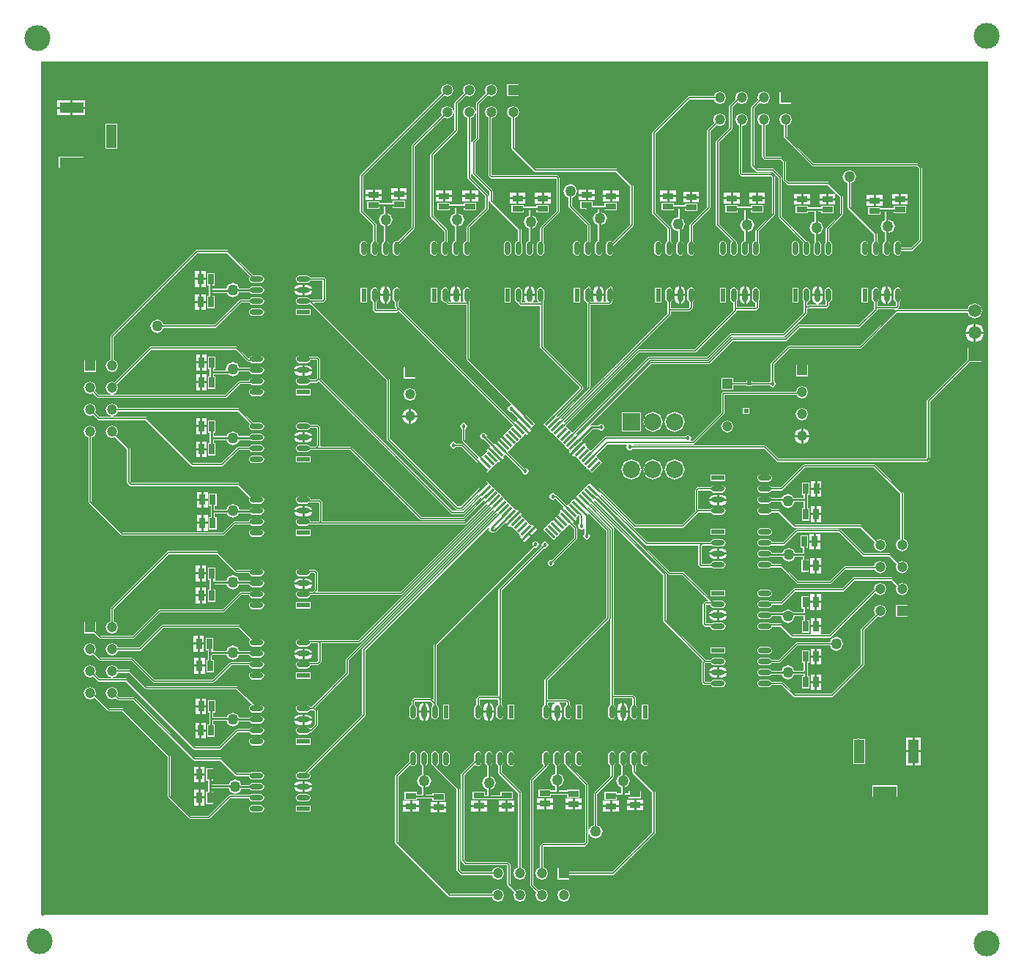
<source format=gtl>
%FSTAX23Y23*%
%MOIN*%
%SFA1B1*%

%IPPOS*%
%AMD19*
4,1,4,0.025000,0.018100,0.018100,0.025000,-0.025000,-0.018100,-0.018100,-0.025000,0.025000,0.018100,0.0*
%
%AMD20*
4,1,4,-0.018100,0.025000,-0.025000,0.018100,0.018100,-0.025000,0.025000,-0.018100,-0.018100,0.025000,0.0*
%
%AMD21*
4,1,4,-0.014600,0.021500,-0.021500,0.014600,0.014600,-0.021500,0.021500,-0.014600,-0.014600,0.021500,0.0*
1,1,0.009843,-0.018000,0.018000*
1,1,0.009843,0.018000,-0.018000*
%
%ADD12C,0.010000*%
%ADD13R,0.051181X0.027559*%
%ADD14R,0.027559X0.051181*%
%ADD15R,0.023622X0.061024*%
%ADD16O,0.023622X0.061024*%
%ADD17R,0.061024X0.023622*%
%ADD18O,0.061024X0.023622*%
G04~CAMADD=19~9~0.0~0.0~98.4~610.2~0.0~0.0~0~0.0~0.0~0.0~0.0~0~0.0~0.0~0.0~0.0~0~0.0~0.0~0.0~315.0~500.0~499.0*
%ADD19D19*%
G04~CAMADD=20~9~0.0~0.0~98.4~610.2~0.0~0.0~0~0.0~0.0~0.0~0.0~0~0.0~0.0~0.0~0.0~0~0.0~0.0~0.0~45.0~500.0~499.0*
%ADD20D20*%
G04~CAMADD=21~3~0.0~0.0~98.4~610.2~0.0~0.0~0~0.0~0.0~0.0~0.0~0~0.0~0.0~0.0~0.0~0~0.0~0.0~0.0~45.0~458.0~458.0*
%ADD21D21*%
%ADD22R,0.023622X0.019685*%
%ADD45C,0.007000*%
%ADD46R,0.047244X0.047244*%
%ADD47C,0.047244*%
%ADD48R,0.078740X0.078740*%
%ADD49C,0.078740*%
%ADD50C,0.118110*%
%ADD51R,0.059055X0.059055*%
%ADD52C,0.059055*%
%ADD53R,0.106299X0.047244*%
%ADD54R,0.047244X0.106299*%
%ADD55R,0.047244X0.047244*%
%ADD56C,0.018000*%
%ADD57C,0.050000*%
%LNpcb1-1*%
%LPD*%
G36*
X06965Y00605D02*
X0267D01*
X02665Y006*
X02655Y0061*
Y0449*
X06965*
Y00605*
G37*
%LNpcb1-2*%
%LPC*%
G36*
X04831Y04386D02*
X04778D01*
Y04333*
X04831*
Y04386*
G37*
G36*
X04705Y04388D02*
X04684Y0438D01*
X04676Y0436*
X04681Y04346*
X04638Y04303*
X04636Y04298*
Y04266*
X04631Y04265*
X04625Y0428*
X04605Y04288*
X04584Y0428*
X04576Y0426*
X04584Y04239*
X04597Y04234*
Y0396*
X046Y03955*
X04649Y03905*
X04645Y03902*
X0464*
X04615*
Y03883*
X04645*
Y03897*
Y03902*
X04649Y03905*
X04677Y03877*
Y03824*
X04595Y03741*
X04592Y03736*
Y03673*
X04583Y0367*
X04578Y03658*
Y03621*
X04583Y03609*
X04595Y03605*
X04606Y03609*
X04611Y03621*
Y03658*
X04607Y03668*
Y03733*
X04689Y03816*
X04692Y03821*
Y0388*
X04689Y03884*
X04612Y03962*
Y04234*
X04625Y04239*
X04631Y04254*
X04636Y04253*
Y04144*
X0462Y04128*
X04617Y04123*
Y0398*
X0462Y03975*
X04697Y03897*
Y03855*
X047Y0385*
X04827Y03722*
Y03673*
X04818Y0367*
X04813Y03658*
Y03621*
X04818Y03609*
X0483Y03605*
X04841Y03609*
X04846Y03621*
Y03658*
X04842Y03668*
Y03725*
X04839Y03729*
X04712Y03857*
Y039*
X04709Y03904*
X04632Y03982*
Y0412*
X04648Y04136*
X0465Y04141*
Y04295*
X04691Y04336*
X04705Y04331*
X04725Y04339*
X04733Y0436*
X04725Y0438*
X04705Y04388*
G37*
G36*
X04605D02*
X04584Y0438D01*
X04576Y0436*
X04581Y04346*
X0454Y04304*
X04537Y043*
Y04266*
X04535Y04262*
Y04262*
X04532Y04262*
X04532Y04262*
X04525Y0428*
X04505Y04288*
X04484Y0428*
X04476Y0426*
X04481Y04246*
X04345Y04109*
X04342Y04105*
Y03736*
X04279Y03672*
X04275Y03674*
X04263Y0367*
X04258Y03658*
Y03621*
X04263Y03609*
X04275Y03605*
X04286Y03609*
X04291Y03621*
Y03658*
X04289Y03663*
X04354Y03728*
X04357Y03733*
Y04102*
X04491Y04236*
X04505Y04231*
X04525Y04239*
X04532Y04257*
X04532Y04257*
X04535Y04257*
X04537Y04253*
Y04177*
X0443Y04069*
X04427Y04065*
Y03786*
X0443Y03781*
X04492Y03718*
Y03673*
X04483Y0367*
X04478Y03658*
Y03621*
X04483Y03609*
X04495Y03605*
X04506Y03609*
X04511Y03621*
Y03658*
X04507Y03668*
Y03721*
X04504Y03726*
X04442Y03789*
Y04062*
X04549Y0417*
X04552Y04175*
Y04297*
X04591Y04336*
X04605Y04331*
X04625Y04339*
X04633Y0436*
X04625Y0438*
X04605Y04388*
G37*
G36*
X04505D02*
X04484Y0438D01*
X04476Y0436*
X04481Y04346*
X0411Y03974*
X04107Y0397*
Y03808*
X0411Y03803*
X04167Y03745*
Y03671*
X04163Y0367*
X04158Y03658*
Y03621*
X04163Y03609*
X04175Y03605*
X04186Y03609*
X04191Y03621*
Y03658*
X04186Y0367*
X04182Y03671*
Y03748*
X04179Y03753*
X04122Y03811*
Y03967*
X04491Y04336*
X04505Y04331*
X04525Y04339*
X04533Y0436*
X04525Y0438*
X04505Y04388*
G37*
G36*
X06071Y04351D02*
X06018D01*
Y04298*
X06071*
Y04351*
G37*
G36*
X05945Y04353D02*
X05924Y04345D01*
X05916Y04325*
X0592Y04315*
X0589Y04284*
X05887Y0428*
Y04015*
X0589Y0401*
X0591Y0399*
X05915Y03987*
X05985*
X06012Y0396*
Y03783*
X06015Y03778*
X06127Y03666*
X06123Y03658*
Y03621*
X06128Y03609*
X0614Y03605*
X06151Y03609*
X06156Y03621*
Y03658*
X06151Y0367*
X0614Y03674*
X06139Y03674*
X06027Y03786*
Y03963*
X06024Y03968*
X05993Y03999*
X05988Y04002*
X05917*
X05902Y04017*
Y04277*
X05928Y04303*
X05945Y04296*
X05965Y04304*
X05973Y04325*
X05965Y04345*
X05945Y04353*
G37*
G36*
X05845D02*
X05824Y04345D01*
X05816Y04325*
X05818Y04318*
X0579Y04289*
X05787Y04285*
Y04187*
X0573Y04129*
X05727Y04125*
Y03748*
X0573Y03743*
X05799Y03674*
X05798Y0367*
X05793Y03658*
Y03621*
X05798Y03609*
X0581Y03605*
X05821Y03609*
X05826Y03621*
Y03658*
X05822Y03668*
Y03668*
X05819Y03673*
X05742Y03751*
Y04122*
X05799Y0418*
X05802Y04185*
Y04282*
X05824Y04304*
X05824Y04304*
X05845Y04296*
X05865Y04304*
X05873Y04325*
X05865Y04345*
X05845Y04353*
G37*
G36*
X05745D02*
X05724Y04345D01*
X05719Y04332*
X05605*
X056Y04329*
X0544Y04169*
X05437Y04165*
Y038*
X0544Y03795*
X05507Y03727*
Y03671*
X05503Y0367*
X05498Y03658*
Y03621*
X05503Y03609*
X05515Y03605*
X05526Y03609*
X05531Y03621*
Y03658*
X05526Y0367*
X05522Y03671*
Y0373*
X05519Y03734*
X05452Y03802*
Y04162*
X05607Y04317*
X05719*
X05724Y04304*
X05745Y04296*
X05765Y04304*
X05773Y04325*
X05765Y04345*
X05745Y04353*
G37*
G36*
X02858Y04313D02*
X028D01*
Y04284*
X02858*
Y04313*
G37*
G36*
X0279D02*
X02731D01*
Y04284*
X0279*
Y04313*
G37*
G36*
X02858Y04274D02*
X028D01*
Y04246*
X02858*
Y04274*
G37*
G36*
X0279D02*
X02731D01*
Y04246*
X0279*
Y04274*
G37*
G36*
X05745Y04253D02*
X05724Y04245D01*
X05716Y04225*
X05721Y04211*
X0569Y04179*
X05687Y04175*
Y03827*
X0561Y03749*
X05607Y03745*
Y03671*
X05603Y0367*
X05598Y03658*
Y03621*
X05603Y03609*
X05615Y03605*
X05626Y03609*
X05631Y03621*
Y03658*
X05626Y0367*
X05622Y03671*
Y03742*
X05699Y0382*
X05702Y03825*
Y04172*
X05731Y04201*
X05745Y04196*
X05765Y04204*
X05773Y04225*
X05765Y04245*
X05745Y04253*
G37*
G36*
X03002Y04205D02*
X02949D01*
Y04093*
X03002*
Y04205*
G37*
G36*
X02851Y04058D02*
X02738D01*
Y04005*
X02851*
Y04058*
G37*
G36*
X0432Y03912D02*
X0429D01*
Y03893*
X0432*
Y03912*
G37*
G36*
X0428D02*
X04249D01*
Y03893*
X0428*
Y03912*
G37*
G36*
X05175Y03907D02*
X05145D01*
Y03888*
X05175*
Y03907*
G37*
G36*
X04205D02*
X04175D01*
Y03888*
X04205*
Y03907*
G37*
G36*
X04165D02*
X04134D01*
Y03888*
X04165*
Y03907*
G37*
G36*
X05135D02*
X05104D01*
Y03888*
X05135*
Y03907*
G37*
G36*
X05545Y03902D02*
X05515D01*
Y03883*
X05545*
Y03902*
G37*
G36*
X05285D02*
X05255D01*
Y03883*
X05285*
Y03902*
G37*
G36*
X04525D02*
X04495D01*
Y03883*
X04525*
Y03902*
G37*
G36*
X05245D02*
X05214D01*
Y03883*
X05245*
Y03902*
G37*
G36*
X04605D02*
X04574D01*
Y03883*
X04605*
Y03902*
G37*
G36*
X04485D02*
X04454D01*
Y03883*
X04485*
Y03902*
G37*
G36*
X05505D02*
X05474D01*
Y03883*
X05505*
Y03902*
G37*
G36*
X0565Y03897D02*
X0562D01*
Y03878*
X0565*
Y03897*
G37*
G36*
X0561D02*
X05579D01*
Y03878*
X0561*
Y03897*
G37*
G36*
X0595Y03892D02*
X0592D01*
Y03873*
X0595*
Y03892*
G37*
G36*
X05835D02*
X05805D01*
Y03873*
X05835*
Y03892*
G37*
G36*
X04975D02*
X04945D01*
Y03873*
X04975*
Y03892*
G37*
G36*
X0486D02*
X0483D01*
Y03873*
X0486*
Y03892*
G37*
G36*
X0591D02*
X05879D01*
Y03873*
X0591*
Y03892*
G37*
G36*
X0482D02*
X04789D01*
Y03873*
X0482*
Y03892*
G37*
G36*
X05795D02*
X05764D01*
Y03873*
X05795*
Y03892*
G37*
G36*
X04935D02*
X04904D01*
Y03873*
X04935*
Y03892*
G37*
G36*
X066Y03887D02*
X0657D01*
Y03868*
X066*
Y03887*
G37*
G36*
X06155D02*
X06125D01*
Y03868*
X06155*
Y03887*
G37*
G36*
X06115D02*
X06084D01*
Y03868*
X06115*
Y03887*
G37*
G36*
X0656D02*
X06529D01*
Y03868*
X0656*
Y03887*
G37*
G36*
X0623D02*
X06199D01*
Y03868*
X0623*
Y03887*
G37*
G36*
X0432Y03883D02*
X0429D01*
Y03864*
X0432*
Y03883*
G37*
G36*
X0428D02*
X04249D01*
Y03864*
X0428*
Y03883*
G37*
G36*
X06485Y03882D02*
X06455D01*
Y03863*
X06485*
Y03882*
G37*
G36*
X06445D02*
X06414D01*
Y03863*
X06445*
Y03882*
G37*
G36*
X05175Y03878D02*
X05145D01*
Y03859*
X05175*
Y03878*
G37*
G36*
X05135D02*
X05104D01*
Y03859*
X05135*
Y03878*
G37*
G36*
X04205D02*
X04175D01*
Y03859*
X04205*
Y03878*
G37*
G36*
X04165D02*
X04134D01*
Y03859*
X04165*
Y03878*
G37*
G36*
X05545Y03873D02*
X05515D01*
Y03854*
X05545*
Y03873*
G37*
G36*
X05505D02*
X05474D01*
Y03854*
X05505*
Y03873*
G37*
G36*
X05285D02*
X05255D01*
Y03854*
X05285*
Y03873*
G37*
G36*
X05245D02*
X05214D01*
Y03854*
X05245*
Y03873*
G37*
G36*
X04645D02*
X04615D01*
Y03854*
X04645*
Y03873*
G37*
G36*
X04605D02*
X04574D01*
Y03854*
X04605*
Y03873*
G37*
G36*
X04525D02*
X04495D01*
Y03854*
X04525*
Y03873*
G37*
G36*
X04485D02*
X04454D01*
Y03854*
X04485*
Y03873*
G37*
G36*
X0565Y03868D02*
X0562D01*
Y03849*
X0565*
Y03868*
G37*
G36*
X0561D02*
X05579D01*
Y03849*
X0561*
Y03868*
G37*
G36*
X04313Y03858D02*
X04256D01*
Y03847*
X04198*
Y03853*
X04141*
Y03819*
X04198*
Y0383*
X04216*
Y03798*
X04202Y03792*
X04192Y0377*
X04202Y03747*
X04216Y03741*
Y03671*
X04213Y0367*
X04208Y03658*
Y03621*
X04213Y03609*
X04225Y03605*
X04236Y03609*
X04241Y03621*
Y03658*
X04236Y0367*
X04233Y03671*
Y03741*
X04247Y03747*
X04257Y0377*
X04247Y03792*
X04233Y03798*
Y0383*
X04256*
Y03824*
X04313*
Y03858*
G37*
G36*
X0595Y03863D02*
X0592D01*
Y03844*
X0595*
Y03863*
G37*
G36*
X0591D02*
X05879D01*
Y03844*
X0591*
Y03863*
G37*
G36*
X05835D02*
X05805D01*
Y03844*
X05835*
Y03863*
G37*
G36*
X05795D02*
X05764D01*
Y03844*
X05795*
Y03863*
G37*
G36*
X04975D02*
X04945D01*
Y03844*
X04975*
Y03863*
G37*
G36*
X04935D02*
X04904D01*
Y03844*
X04935*
Y03863*
G37*
G36*
X0486D02*
X0483D01*
Y03844*
X0486*
Y03863*
G37*
G36*
X0482D02*
X04789D01*
Y03844*
X0482*
Y03863*
G37*
G36*
X04638Y03848D02*
X04581D01*
Y0384*
X04518*
Y03848*
X04461*
Y03814*
X04518*
Y03822*
X04541*
Y03798*
X04527Y03792*
X04517Y0377*
X04527Y03747*
X04541Y03741*
Y03673*
X04533Y0367*
X04528Y03658*
Y03621*
X04533Y03609*
X04545Y03605*
X04556Y03609*
X04561Y03621*
Y03658*
X04558Y03664*
Y03741*
X04572Y03747*
X04582Y0377*
X04572Y03792*
X04558Y03798*
Y03822*
X04581*
Y03814*
X04638*
Y03848*
G37*
G36*
X066Y03858D02*
X0657D01*
Y03839*
X066*
Y03858*
G37*
G36*
X0656D02*
X06529D01*
Y03839*
X0656*
Y03858*
G37*
G36*
X0627D02*
X0624D01*
Y03839*
X0627*
Y03858*
G37*
G36*
X0623D02*
X06199D01*
Y03839*
X0623*
Y03858*
G37*
G36*
X06155D02*
X06125D01*
Y03839*
X06155*
Y03858*
G37*
G36*
X06115D02*
X06084D01*
Y03839*
X06115*
Y03858*
G37*
G36*
X06485Y03853D02*
X06455D01*
Y03834*
X06485*
Y03853*
G37*
G36*
X06445D02*
X06414D01*
Y03834*
X06445*
Y03853*
G37*
G36*
X05943Y03838D02*
X05886D01*
Y0383*
X05828*
Y03838*
X05771*
Y03804*
X05828*
Y03812*
X05856*
Y03771*
X05847Y03767*
X05837Y03745*
X05847Y03722*
X05856Y03718*
Y03673*
X05848Y0367*
X05843Y03658*
Y03621*
X05848Y03609*
X0586Y03605*
X05871Y03609*
X05876Y03621*
Y03658*
X05873Y03664*
Y03714*
X05892Y03722*
X05902Y03745*
X05892Y03767*
X05873Y03775*
Y03812*
X05886*
Y03804*
X05943*
Y03838*
G37*
G36*
X04968D02*
X04911D01*
Y0383*
X04853*
Y03838*
X04796*
Y03804*
X04853*
Y03812*
X04876*
Y03788*
X04862Y03782*
X04852Y0376*
X04862Y03737*
X04876Y03731*
Y03673*
X04868Y0367*
X04863Y03658*
Y03621*
X04868Y03609*
X0488Y03605*
X04891Y03609*
X04896Y03621*
Y03658*
X04893Y03664*
Y03731*
X04907Y03737*
X04917Y0376*
X04907Y03782*
X04893Y03788*
Y03812*
X04911*
Y03804*
X04968*
Y03838*
G37*
G36*
X06263Y03833D02*
X06206D01*
Y03825*
X06148*
Y03833*
X06091*
Y03799*
X06148*
Y03807*
X06176*
Y03762*
X06162Y03756*
X06152Y03733*
X06162Y0371*
X06176Y03704*
Y03664*
X06173Y03658*
Y03621*
X06178Y03609*
X0619Y03605*
X06201Y03609*
X06206Y03621*
Y03658*
X06201Y0367*
X06193Y03673*
Y03704*
X06207Y0371*
X06217Y03733*
X06207Y03756*
X06193Y03762*
Y03807*
X06206*
Y03799*
X06263*
Y03833*
G37*
G36*
X06593D02*
X06536D01*
Y03822*
X06478*
Y03828*
X06421*
Y03794*
X06478*
Y03805*
X06496*
Y03766*
X06487Y03762*
X06477Y0374*
X06487Y03717*
X06496Y03713*
Y03671*
X06493Y0367*
X06488Y03658*
Y03621*
X06493Y03609*
X06505Y03605*
X06516Y03609*
X06521Y03621*
Y03658*
X06516Y0367*
X06513Y03671*
Y03709*
X06532Y03717*
X06542Y0374*
X06532Y03762*
X06513Y0377*
Y03805*
X06536*
Y03799*
X06593*
Y03833*
G37*
G36*
X05168Y03853D02*
X05111D01*
Y03819*
X05133*
X05133Y03818*
X0514Y03815*
X05191*
Y03803*
X05177Y03797*
X05167Y03775*
X05177Y03752*
X05191Y03746*
Y03673*
X05183Y0367*
X05178Y03658*
Y03621*
X05183Y03609*
X05195Y03605*
X05206Y03609*
X05211Y03621*
Y03658*
X05208Y03664*
X05208Y03665*
Y03746*
X05222Y03752*
X05232Y03775*
X05222Y03797*
X05208Y03803*
Y03815*
X05221*
Y03814*
X05278*
Y03848*
X05221*
Y03833*
X05168*
Y03853*
G37*
G36*
X05538Y03848D02*
X05481D01*
Y03814*
X05538*
Y0382*
X05556*
Y03783*
X05555Y03782*
X05532Y03772*
X05522Y0375*
X05532Y03727*
X05555Y03717*
X05556Y03716*
Y03671*
X05553Y0367*
X05548Y03658*
Y03621*
X05553Y03609*
X05565Y03605*
X05576Y03609*
X05581Y03621*
Y03658*
X05576Y0367*
X05573Y03671*
Y03725*
X05577Y03727*
X05587Y0375*
X05577Y03772*
X05573Y03774*
Y0382*
X05586*
Y03809*
X05643*
Y03843*
X05586*
Y03837*
X05538*
Y03848*
G37*
G36*
X04805Y04288D02*
X04784Y0428D01*
X04776Y0426*
X04784Y04239*
X04797Y04234*
Y04095*
X048Y0409*
X049Y0399*
X04905Y03987*
X05272*
X05337Y03922*
Y03747*
X05259Y03669*
X05256Y0367*
X05245Y03674*
X05233Y0367*
X05228Y03658*
Y03621*
X05233Y03609*
X05245Y03605*
X05256Y03609*
X05261Y03621*
Y03651*
X05349Y0374*
X05352Y03745*
Y03925*
X05349Y03929*
X05279Y03999*
X05275Y04002*
X04907*
X04812Y04097*
Y04234*
X04825Y04239*
X04833Y0426*
X04825Y0428*
X04805Y04288*
G37*
G36*
X06045Y04253D02*
X06024Y04245D01*
X06016Y04225*
X06024Y04204*
X06037Y04199*
Y04145*
X0604Y0414*
X06165Y04015*
X0617Y04012*
X06642*
X06652Y04002*
Y03677*
X06617Y03642*
X06571*
Y03658*
X06566Y0367*
X06555Y03674*
X06543Y0367*
X06538Y03658*
Y03621*
X06543Y03609*
X06555Y03605*
X06566Y03609*
X06571Y03621*
Y03627*
X0662*
X06624Y0363*
X06664Y0367*
X06667Y03675*
Y04005*
X06664Y04009*
X06649Y04024*
X06645Y04027*
X06172*
X06052Y04147*
Y04199*
X06065Y04204*
X06073Y04225*
X06065Y04245*
X06045Y04253*
G37*
G36*
X06335Y03997D02*
X06312Y03987D01*
X06302Y03965*
X06312Y03942*
X06327Y03935*
Y03825*
X0633Y0382*
X06447Y03702*
Y03671*
X06443Y0367*
X06438Y03658*
Y03621*
X06443Y03609*
X06455Y03605*
X06466Y03609*
X06471Y03621*
Y03658*
X06466Y0367*
X06462Y03671*
Y03705*
X06459Y03709*
X06342Y03827*
Y03935*
X06357Y03942*
X06367Y03965*
X06357Y03987*
X06335Y03997*
G37*
G36*
X06405Y03674D02*
X06393Y0367D01*
X06388Y03658*
Y03621*
X06393Y03609*
X06405Y03605*
X06416Y03609*
X06421Y03621*
Y03658*
X06416Y0367*
X06405Y03674*
G37*
G36*
X05945Y04253D02*
X05924Y04245D01*
X05916Y04225*
X05924Y04204*
X05937Y04199*
Y04055*
X0594Y0405*
X05945Y04045*
X0595Y04042*
X06022*
X06032Y04032*
Y0395*
X06035Y03945*
X0605Y0393*
X06055Y03927*
X06237*
X06274Y0389*
X0627Y03887*
X06265*
X0624*
Y03868*
X0627*
Y03882*
Y03887*
X06274Y0389*
X06292Y03872*
Y03797*
X0623Y03734*
X06227Y0373*
Y03668*
X06223Y03658*
Y03621*
X06228Y03609*
X0624Y03605*
X06251Y03609*
X06256Y03621*
Y03658*
X06251Y0367*
X06242Y03673*
Y03727*
X06304Y0379*
X06307Y03795*
Y03875*
X06304Y03879*
X06244Y03939*
X0624Y03942*
X06057*
X06047Y03952*
Y04035*
X06044Y04039*
X06029Y04054*
X06025Y04057*
X05953*
X05952Y04058*
Y04199*
X05965Y04204*
X05973Y04225*
X05965Y04245*
X05945Y04253*
G37*
G36*
X0609Y03674D02*
X06078Y0367D01*
X06073Y03658*
Y03621*
X06078Y03609*
X0609Y03605*
X06101Y03609*
X06106Y03621*
Y03658*
X06101Y0367*
X0609Y03674*
G37*
G36*
X05845Y04253D02*
X05824Y04245D01*
X05816Y04225*
X05824Y04204*
X05832Y04201*
Y0398*
X05835Y03975*
X0584Y0397*
X05845Y03967*
X05977*
X05982Y03962*
Y03797*
X0591Y03724*
X05907Y0372*
Y03673*
X05898Y0367*
X05893Y03658*
Y03621*
X05898Y03609*
X0591Y03605*
X05921Y03609*
X05926Y03621*
Y03658*
X05922Y03668*
Y03717*
X05994Y0379*
X05997Y03795*
Y03965*
X05994Y03969*
X05984Y03979*
X0598Y03982*
X05848*
X05847Y03983*
Y04197*
X05865Y04204*
X05873Y04225*
X05865Y04245*
X05845Y04253*
G37*
G36*
X0576Y03674D02*
X05748Y0367D01*
X05743Y03658*
Y03621*
X05748Y03609*
X0576Y03605*
X05771Y03609*
X05776Y03621*
Y03658*
X05771Y0367*
X0576Y03674*
G37*
G36*
X05465D02*
X05453Y0367D01*
X05448Y03658*
Y03621*
X05453Y03609*
X05465Y03605*
X05476Y03609*
X05481Y03621*
Y03658*
X05476Y0367*
X05465Y03674*
G37*
G36*
X05065Y03932D02*
X05042Y03922D01*
X05032Y039*
X05042Y03877*
X05057Y0387*
Y0383*
X0506Y03825*
X05142Y03742*
Y03673*
X05133Y0367*
X05128Y03658*
Y03621*
X05133Y03609*
X05145Y03605*
X05156Y03609*
X05161Y03621*
Y03658*
X05157Y03668*
Y03745*
X05154Y03749*
X05072Y03832*
Y0387*
X05087Y03877*
X05097Y039*
X05087Y03922*
X05065Y03932*
G37*
G36*
X05095Y03674D02*
X05083Y0367D01*
X05078Y03658*
Y03621*
X05083Y03609*
X05095Y03605*
X05106Y03609*
X05111Y03621*
Y03658*
X05106Y0367*
X05095Y03674*
G37*
G36*
X04705Y04288D02*
X04684Y0428D01*
X04676Y0426*
X04684Y04239*
X04692Y04236*
Y0397*
X04695Y03965*
X047Y0396*
X04705Y03957*
X05001*
X05002Y03956*
Y03811*
X0493Y03738*
X04927Y03733*
Y03673*
X04918Y0367*
X04913Y03658*
Y03621*
X04918Y03609*
X0493Y03605*
X04941Y03609*
X04946Y03621*
Y03658*
X04942Y03668*
Y0373*
X05014Y03803*
X05017Y03808*
Y03959*
X05014Y03964*
X05009Y03969*
X05004Y03972*
X04708*
X04707Y03973*
Y04232*
X04725Y04239*
X04733Y0426*
X04725Y0428*
X04705Y04288*
G37*
G36*
X0478Y03674D02*
X04768Y0367D01*
X04763Y03658*
Y03621*
X04768Y03609*
X0478Y03605*
X04791Y03609*
X04796Y03621*
Y03658*
X04791Y0367*
X0478Y03674*
G37*
G36*
X04445D02*
X04433Y0367D01*
X04428Y03658*
Y03621*
X04433Y03609*
X04445Y03605*
X04456Y03609*
X04461Y03621*
Y03658*
X04456Y0367*
X04445Y03674*
G37*
G36*
X04125D02*
X04113Y0367D01*
X04108Y03658*
Y03621*
X04113Y03609*
X04125Y03605*
X04136Y03609*
X04141Y03621*
Y03658*
X04136Y0367*
X04125Y03674*
G37*
G36*
X03406Y03535D02*
X03387D01*
Y03505*
X03406*
Y03535*
G37*
G36*
X03377D02*
X03358D01*
Y03505*
X03377*
Y03535*
G37*
G36*
X03505Y03632D02*
X03365D01*
X0336Y03629*
X02975Y03244*
X02972Y0324*
Y0313*
X02959Y03125*
X02951Y03105*
X02959Y03084*
X0298Y03076*
X03Y03084*
X03008Y03105*
X03Y03125*
X02987Y0313*
Y03237*
X03367Y03617*
X03502*
X03607Y03512*
X03607Y03511*
X03602Y035*
X03607Y03488*
X03618Y03483*
X03656*
X03667Y03488*
X03672Y035*
X03667Y03511*
X03656Y03516*
X03623*
X03509Y03629*
X03505Y03632*
G37*
G36*
X03406Y03495D02*
X03387D01*
Y03464*
X03406*
Y03495*
G37*
G36*
X03377D02*
X03358D01*
Y03464*
X03377*
Y03495*
G37*
G36*
X03868Y03473D02*
X03855D01*
Y03455*
X0389*
X03885Y03466*
X03868Y03473*
G37*
G36*
X03845D02*
X03831D01*
X03814Y03466*
X03809Y03455*
X03845*
Y03473*
G37*
G36*
X03446Y03528D02*
X03413D01*
Y03471*
X03421*
Y03423*
X03413*
Y03366*
X03446*
Y03423*
X03438*
Y03438*
X03502*
X03507Y03427*
X0353Y03417*
X03552Y03427*
X03558Y03441*
X03606*
X03607Y03438*
X03618Y03433*
X03656*
X03667Y03438*
X03672Y0345*
X03667Y03461*
X03656Y03466*
X03618*
X03607Y03461*
X03606Y03458*
X03558*
X03552Y03472*
X0353Y03482*
X03507Y03472*
X035Y03456*
X03438*
Y03471*
X03446*
Y03528*
G37*
G36*
X0651Y03467D02*
Y03432D01*
X06528*
Y03446*
X06521Y03462*
X0651Y03467*
G37*
G36*
X06195D02*
Y03432D01*
X06213*
Y03446*
X06206Y03462*
X06195Y03467*
G37*
G36*
X05865D02*
Y03432D01*
X05883*
Y03446*
X05876Y03462*
X05865Y03467*
G37*
G36*
X0557D02*
Y03432D01*
X05588*
Y03446*
X05581Y03462*
X0557Y03467*
G37*
G36*
X052D02*
Y03432D01*
X05218*
Y03446*
X05211Y03462*
X052Y03467*
G37*
G36*
X04885D02*
Y03432D01*
X04903*
Y03446*
X04896Y03462*
X04885Y03467*
G37*
G36*
X0455D02*
Y03432D01*
X04568*
Y03446*
X04561Y03462*
X0455Y03467*
G37*
G36*
X0423D02*
Y03432D01*
X04248*
Y03446*
X04241Y03462*
X0423Y03467*
G37*
G36*
X0556D02*
X05548Y03462D01*
X05541Y03446*
Y03432*
X0556*
Y03467*
G37*
G36*
X0519D02*
X05178Y03462D01*
X05171Y03446*
Y03432*
X0519*
Y03467*
G37*
G36*
X05855D02*
X05843Y03462D01*
X05836Y03446*
Y03432*
X05855*
Y03467*
G37*
G36*
X04875D02*
X04863Y03462D01*
X04856Y03446*
Y03432*
X04875*
Y03467*
G37*
G36*
X0454D02*
X04528Y03462D01*
X04521Y03446*
Y03432*
X0454*
Y03467*
G37*
G36*
X065D02*
X06488Y03462D01*
X06481Y03446*
Y03432*
X065*
Y03467*
G37*
G36*
X06185D02*
X06173Y03462D01*
X06166Y03446*
Y03432*
X06185*
Y03467*
G37*
G36*
X0422D02*
X04208Y03462D01*
X04201Y03446*
Y03432*
X0422*
Y03467*
G37*
G36*
X0389Y03445D02*
X03855D01*
Y03426*
X03868*
X03885Y03433*
X0389Y03445*
G37*
G36*
X03845D02*
X03809D01*
X03814Y03433*
X03831Y03426*
X03845*
Y03445*
G37*
G36*
X03868Y03516D02*
X03831D01*
X03819Y03511*
X03815Y035*
X03819Y03488*
X03831Y03483*
X03868*
X0388Y03488*
X03881Y03492*
X03937*
Y03408*
X03936Y03407*
X03881*
X0388Y03411*
X03868Y03416*
X03831*
X03819Y03411*
X03815Y034*
X03819Y03388*
X03831Y03383*
X03868*
X0388Y03388*
X03881Y03388*
X04229Y0304*
Y02771*
X04231Y02766*
X04545Y02453*
X0455Y02451*
X04571*
X04576Y02453*
X04644Y02521*
X04645Y0252*
X04646Y02515*
X04576Y02445*
X0453*
X03927Y03048*
Y03134*
X03924Y03139*
X03919Y03144*
X03914Y03147*
X03878*
X03868Y03151*
X03831*
X03819Y03146*
X03815Y03135*
X03819Y03123*
X03831Y03118*
X03868*
X0388Y03123*
X03883Y03132*
X03911*
X03912Y03131*
Y03048*
X03906Y03042*
X03881*
X0388Y03046*
X03868Y03051*
X03831*
X03819Y03046*
X03815Y03035*
X03819Y03023*
X03831Y03018*
X03868*
X0388Y03023*
X03881Y03027*
X03909*
X03914Y0303*
X0392Y03035*
X04522Y02433*
X04527Y02431*
X04579*
X04584Y02433*
X04658Y02507*
X04659Y02506*
X0466Y02501*
X04576Y02417*
X04389*
X04071Y02734*
X04066Y02737*
X03929*
X03926Y02742*
X03927Y02743*
Y02824*
X03924Y02829*
X03919Y02834*
X03914Y02837*
X03881*
X0388Y02841*
X03868Y02846*
X03831*
X03819Y02841*
X03815Y0283*
X03819Y02818*
X03831Y02813*
X03868*
X0388Y02818*
X03881Y02822*
X03911*
X03912Y02821*
Y02746*
X03903Y02737*
X03881*
X0388Y02741*
X03868Y02746*
X03831*
X03819Y02741*
X03815Y0273*
X03819Y02718*
X03831Y02713*
X03868*
X0388Y02718*
X03881Y02722*
X04063*
X04381Y02405*
X04386Y02402*
X04579*
X04584Y02405*
X04672Y02493*
X04673Y02492*
X04675Y02487*
X04585Y02397*
X03937*
Y02484*
X03934Y02489*
X03929Y02494*
X03924Y02497*
X03883*
X0388Y02506*
X03868Y02511*
X03831*
X03819Y02506*
X03815Y02495*
X03819Y02483*
X03831Y02478*
X03868*
X03878Y02482*
X03921*
X03922Y02481*
Y02398*
X03921Y02397*
X03883*
X0388Y02406*
X03868Y02411*
X03831*
X03819Y02406*
X03815Y02395*
X03819Y02383*
X03831Y02378*
X03868*
X03878Y02382*
X04587*
X04592Y02385*
X04686Y02478*
X04687Y02478*
X04689Y02473*
X04293Y02077*
X03918*
X03916Y02079*
X03915Y02082*
X03917Y02085*
Y02164*
X03914Y02169*
X03909Y02174*
X03904Y02177*
X03878*
X03868Y02181*
X03831*
X03819Y02176*
X03815Y02165*
X03819Y02153*
X03831Y02148*
X03868*
X0388Y02153*
X03883Y02162*
X03901*
X03902Y02161*
Y02087*
X03892Y02077*
X03878*
X03868Y02081*
X03831*
X03819Y02076*
X03815Y02065*
X03819Y02053*
X03831Y02048*
X03868*
X0388Y02053*
X03883Y02062*
X04296*
X04301Y02065*
X047Y02464*
X04703Y02463*
X04704Y02459*
X04101Y01857*
X03878*
X03868Y01861*
X03831*
X03819Y01856*
X03815Y01845*
X03819Y01833*
X03831Y01828*
X03868*
X0388Y01833*
X03883Y01842*
X03917*
X03918Y01841*
Y01763*
X03912Y01757*
X03878*
X03868Y01761*
X03831*
X03819Y01756*
X03815Y01745*
X03819Y01733*
X03831Y01728*
X03868*
X0388Y01733*
X03883Y01742*
X03915*
X03919Y01745*
X0393Y01755*
X03932Y0176*
Y01842*
X04104*
X04109Y01845*
X04713Y02449*
X04719Y02447*
X04719Y02446*
X04046Y01773*
X04044Y01768*
Y01709*
X03887Y01552*
X03887Y01552*
X03881*
X0388Y01556*
X03868Y01561*
X03831*
X03819Y01556*
X03815Y01545*
X03819Y01533*
X03831Y01528*
X03868*
X0388Y01533*
X03881Y01537*
X03897*
X03902Y01532*
Y01472*
X03885Y01455*
X0388Y01456*
X03868Y01461*
X03831*
X03819Y01456*
X03815Y01445*
X03819Y01433*
X03831Y01428*
X03868*
X0388Y01433*
X03881Y01437*
X03885*
X03889Y0144*
X03914Y01465*
X03917Y0147*
Y01535*
X03914Y01539*
X03908Y01546*
X03908Y01553*
X04056Y01701*
X04058Y01706*
Y01765*
X04727Y02435*
X04733Y02433*
X04733Y02432*
X0412Y01819*
X04118Y01814*
Y01518*
X03856Y01256*
X03831*
X03819Y01251*
X03815Y0124*
X03819Y01228*
X03831Y01223*
X03868*
X0388Y01228*
X03884Y0124*
X0388Y01251*
X03878Y01252*
X03877Y01257*
X0413Y0151*
X04132Y01515*
Y01811*
X04692Y02371*
X04697Y02369*
X04696Y02367*
Y02365*
X04694Y0236*
X04698Y02349*
X04709Y02345*
X04714Y02347*
X04721*
X04728Y0235*
X0477Y02392*
X04774Y02388*
X04803Y02416*
X04831Y02445*
X04824Y02452*
X04822Y02449*
X04817*
X0481Y02456*
X04808Y02459*
X04797Y02469*
X04796Y0247*
X04794Y02472*
X04793Y02473*
X04783Y02483*
X04782Y02484*
X0478Y02486*
X04779Y02487*
X04769Y02497*
X04769Y02498*
X04766Y025*
X04765Y02501*
X04755Y02511*
X04755Y02512*
X04752Y02514*
X04751Y02515*
X04742Y02525*
X04741Y02525*
X04738Y02528*
X04737Y02529*
X04728Y02539*
X04727Y02539*
X04724Y02542*
X04723Y02543*
X04714Y02552*
X04713Y02553*
X0471Y02556*
X04709Y02557*
X047Y02566*
X04699Y02567*
X04696Y0257*
X04685Y02581*
X04653Y02549*
X04652Y02549*
X04568Y02465*
X04552*
X04243Y02774*
Y03043*
X04241Y03048*
X03901Y03388*
X03903Y03392*
X03939*
X03944Y03395*
X03949Y034*
X03952Y03405*
Y03499*
X03949Y03504*
X03949Y03504*
X03944Y03507*
X03881*
X0388Y03511*
X03868Y03516*
G37*
G36*
X03406Y0343D02*
X03387D01*
Y034*
X03406*
Y0343*
G37*
G36*
X03377D02*
X03358D01*
Y034*
X03377*
Y0343*
G37*
G36*
X0525Y03469D02*
X05245Y03467D01*
X05242Y03462*
Y03461*
X05233Y03457*
X05228Y03446*
Y03408*
X05231Y03402*
X05228Y03397*
X05218*
X05215Y03401*
X05218Y03408*
Y03422*
X05195*
X05171*
Y03408*
X05174Y03401*
X05171Y03397*
X05165*
X05162Y03396*
X0516*
X05157Y034*
X05161Y03408*
Y03446*
X05157Y03455*
Y03462*
X05154Y03467*
X0515Y03469*
X05145Y03467*
X05142Y03462*
Y03461*
X05133Y03457*
X05128Y03446*
Y03408*
X05133Y03397*
X05139Y03394*
X05142Y0339*
Y03007*
X05009Y02874*
X05004Y02874*
X05004Y02879*
X0505Y02925*
X0505Y02926*
X0512Y02995*
X05122Y03*
Y03009*
X0512Y03014*
X04942Y03192*
Y03385*
Y03399*
X04946Y03408*
Y03446*
X04941Y03457*
X0493Y03462*
X04918Y03457*
X04913Y03446*
Y03408*
X04918Y03397*
X04919Y03397*
X04918Y03392*
X04901*
X04898Y03396*
X04903Y03408*
Y03422*
X0488*
X04856*
Y03408*
X04861Y03396*
X04858Y03392*
X04843*
X04842Y03393*
Y03399*
X04846Y03408*
Y03446*
X04841Y03457*
X0483Y03462*
X04818Y03457*
X04813Y03446*
Y03408*
X04818Y03397*
X04827Y03393*
Y0339*
X0483Y03385*
X04835Y0338*
X0484Y03377*
X04927*
Y0319*
X0493Y03185*
X05108Y03006*
Y03003*
X05041Y02936*
X0504Y02935*
X0499Y02886*
X0499Y02886*
X04943Y02839*
X04953Y02828*
X04954Y02828*
X04957Y02825*
X04958Y02824*
X04967Y02815*
X04968Y02814*
X04971Y02811*
X04971Y0281*
X04981Y02801*
X04982Y028*
X04985Y02797*
X04985Y02796*
X04995Y02787*
X04996Y02786*
X04998Y02783*
X04999Y02782*
X05009Y02773*
X0501Y02772*
X05012Y02769*
X05013Y02768*
X05023Y02759*
X05024Y02758*
X05026Y02755*
X05027Y02755*
X05037Y02745*
X0504Y02741*
X05041Y02741*
X05051Y02731*
X05051Y0273*
X05054Y02727*
X05055Y02727*
X05063Y02719*
X05058Y02714*
X05065Y02707*
X05094Y02735*
X05122Y02764*
X05118Y02768*
X05166Y02816*
X05193*
X05194Y02814*
X05205Y02809*
X05215Y02814*
X0522Y02825*
X05215Y02835*
X05205Y0284*
X05194Y02835*
X05193Y02833*
X05162*
X05161Y02833*
X05158Y02837*
X05434Y03112*
X05698*
X05703Y03115*
X05806Y03217*
X06045*
X06049Y0322*
X06107Y03277*
X0638*
X06384Y0328*
X06459Y03355*
X06462Y0336*
Y03362*
X0654*
X06543Y03357*
X06382Y03197*
X0606*
X06055Y03194*
X0598Y03119*
X05977Y03115*
Y03035*
X05974Y03033*
X05972Y03029*
X05894*
Y03037*
X05865*
Y03029*
X05806*
Y03049*
X05753*
Y02996*
X05806*
Y03015*
X05865*
Y03012*
X05894*
Y03015*
X05972*
X05974Y03012*
X05985Y03007*
X05995Y03012*
X06Y03022*
X05995Y03033*
X05992Y03035*
Y03112*
X06062Y03182*
X06385*
X06389Y03185*
X06552Y03347*
X06872*
X0688Y0333*
X06905Y03319*
X06929Y0333*
X0694Y03355*
X06929Y03379*
X06905Y0339*
X0688Y03379*
X06872Y03362*
X06558*
X06556Y03367*
X06559Y0337*
X06562Y03375*
Y03395*
X06566Y03397*
X06571Y03408*
Y03446*
X06566Y03457*
X06555Y03462*
X06543Y03457*
X06538Y03446*
Y03408*
X06543Y03397*
X06547Y03395*
Y03378*
X06546Y03377*
X06463*
X06462Y03378*
Y03395*
X06466Y03397*
X06471Y03408*
Y03446*
X06466Y03457*
X06455Y03462*
X06443Y03457*
X06438Y03446*
Y03408*
X06443Y03397*
X06447Y03395*
Y03362*
X06377Y03292*
X06105*
X061Y03289*
X06042Y03232*
X05803*
X05798Y03229*
X05695Y03127*
X05431*
X05426Y03124*
X05093Y02791*
X05092Y02791*
X0509Y02797*
X05426Y03132*
X0569*
X05694Y03135*
X05797Y03237*
X06035*
X06039Y0324*
X06139Y0334*
X06142Y03345*
Y03367*
X06149*
X06151Y03367*
X06229*
X06234Y0337*
X06239Y03375*
X06242Y0338*
Y03393*
X06251Y03397*
X06256Y03408*
Y03446*
X06251Y03457*
X0624Y03462*
X06228Y03457*
X06223Y03446*
Y03408*
X06227Y03399*
Y03383*
X06226Y03382*
X06195*
X06194Y03387*
X06206Y03392*
X06213Y03408*
Y03422*
X0619*
X06166*
Y03408*
X06173Y03392*
X06185Y03387*
X06184Y03382*
X0615*
X06147Y03381*
X06143*
X06142Y03382*
Y03393*
X06151Y03397*
X06156Y03408*
Y03446*
X06151Y03457*
X0614Y03462*
X06128Y03457*
X06123Y03446*
Y03408*
X06127Y03399*
Y03347*
X06032Y03252*
X05795*
X0579Y03249*
X05687Y03147*
X05423*
X05418Y03144*
X05077Y02804*
X05072*
X05071Y02805*
X0507Y02806*
X05061Y02816*
X0506Y02817*
X05057Y02819*
X05056Y0282*
X05048Y02828*
X05048Y02835*
X05379Y03166*
X05633*
X05638Y03168*
X05819Y0335*
X05822Y03355*
Y03357*
X0591*
X05914Y0336*
X0592Y03365*
X05922Y0337*
Y03379*
X05922Y03381*
Y03399*
X05926Y03408*
Y03446*
X05921Y03457*
X0591Y03462*
X05898Y03457*
X05893Y03446*
Y03408*
X05898Y03397*
X05907Y03393*
Y0338*
X05908Y03377*
Y03373*
X05907Y03372*
X05823*
X05822Y03373*
Y03399*
X05826Y03408*
Y03446*
X05821Y03457*
X0581Y03462*
X05798Y03457*
X05793Y03446*
Y03408*
X05798Y03397*
X05807Y03393*
Y03357*
X0563Y0318*
X05376*
X05371Y03178*
X05039Y02846*
X05038Y02846*
X05036Y02852*
X05519Y03335*
X05522Y0334*
Y03352*
X05605*
X05609Y03355*
X05619Y03365*
X05622Y0337*
Y03395*
X05626Y03397*
X05631Y03408*
Y03446*
X05626Y03457*
X05615Y03462*
X05603Y03457*
X05598Y03446*
Y03408*
X05603Y03397*
X05607Y03395*
Y03372*
X05602Y03367*
X05523*
X05522Y03368*
Y03395*
X05526Y03397*
X05531Y03408*
Y03446*
X05526Y03457*
X05515Y03462*
X05503Y03457*
X05498Y03446*
Y03408*
X05503Y03397*
X05507Y03395*
Y03365*
Y03343*
X05024Y02859*
X05022Y0286*
X05021Y02866*
X05154Y03*
X05157Y03005*
Y03382*
X05164*
X05166Y03382*
X05244*
X05249Y03385*
X05254Y0339*
X05257Y03395*
Y03399*
X05261Y03408*
Y03446*
X05257Y03455*
Y03462*
X05254Y03467*
X0525Y03469*
G37*
G36*
X04595Y03462D02*
X04583Y03457D01*
X04578Y03446*
Y03408*
X04581Y03402*
X04578Y03397*
X04568*
X04565Y03401*
X04568Y03408*
Y03422*
X04545*
Y03427*
Y03422*
X04521*
Y03408*
X04524Y03401*
X04521Y03397*
X04512*
X04508Y03401*
X04511Y03408*
Y03446*
X04506Y03457*
X04495Y03462*
X04483Y03457*
X04478Y03446*
Y03408*
X04483Y03397*
X04495Y03392*
X04496Y03393*
X04505Y03385*
X0451Y03382*
X04592*
Y03135*
X04595Y0313*
X04795Y02929*
X04793Y02924*
X04784Y0292*
X04779Y0291*
X04784Y02899*
X04795Y02894*
X04797Y02895*
X04827Y02866*
X04823Y02861*
X04851Y02833*
X0488Y02804*
X04887Y02811*
X04882Y02816*
X04891Y02825*
X04889Y02827*
X04892Y02831*
X04894Y0283*
X049Y02833*
X04902Y02839*
X049Y02845*
X04864Y02881*
X04863Y02881*
X04607Y03138*
Y03395*
Y03399*
X04611Y03408*
Y03446*
X04606Y03457*
X04595Y03462*
G37*
G36*
X06419Y0346D02*
X0639D01*
Y03393*
X06419*
Y0346*
G37*
G36*
X06104D02*
X06075D01*
Y03393*
X06104*
Y0346*
G37*
G36*
X05774D02*
X05745D01*
Y03393*
X05774*
Y0346*
G37*
G36*
X05479D02*
X0545D01*
Y03393*
X05479*
Y0346*
G37*
G36*
X05109D02*
X0508D01*
Y03393*
X05109*
Y0346*
G37*
G36*
X04794D02*
X04765D01*
Y03393*
X04794*
Y0346*
G37*
G36*
X04459D02*
X0443D01*
Y03393*
X04459*
Y0346*
G37*
G36*
X04139D02*
X0411D01*
Y03393*
X04139*
Y0346*
G37*
G36*
X06528Y03422D02*
X0651D01*
Y03387*
X06521Y03392*
X06528Y03408*
Y03422*
G37*
G36*
X04248D02*
X0423D01*
Y03387*
X04241Y03392*
X04248Y03408*
Y03422*
G37*
G36*
X05883D02*
X05865D01*
Y03387*
X05876Y03392*
X05883Y03408*
Y03422*
G37*
G36*
X05588D02*
X0557D01*
Y03387*
X05581Y03392*
X05588Y03408*
Y03422*
G37*
G36*
X05855D02*
X05836D01*
Y03408*
X05843Y03392*
X05855Y03387*
Y03422*
G37*
G36*
X0556D02*
X05541D01*
Y03408*
X05548Y03392*
X0556Y03387*
Y03422*
G37*
G36*
X065D02*
X06481D01*
Y03408*
X06488Y03392*
X065Y03387*
Y03422*
G37*
G36*
X0422D02*
X04201D01*
Y03408*
X04208Y03392*
X0422Y03387*
Y03422*
G37*
G36*
X03656Y03416D02*
X03618D01*
X03607Y03411*
X03605Y03407*
X03565*
X0356Y03404*
X03447Y03292*
X03214*
X03207Y03307*
X03185Y03317*
X03162Y03307*
X03152Y03285*
X03162Y03262*
X03185Y03252*
X03207Y03262*
X03214Y03277*
X0345*
X03454Y0328*
X03567Y03392*
X03605*
X03607Y03388*
X03618Y03383*
X03656*
X03667Y03388*
X03672Y034*
X03667Y03411*
X03656Y03416*
G37*
G36*
X04275Y03462D02*
X04263Y03457D01*
X04258Y03446*
Y03408*
X04263Y03397*
X04267Y03395*
Y03375*
X0427Y0337*
X04272Y03367*
Y03363*
X04271Y03362*
X04182*
X04182Y03362*
Y03395*
X04186Y03397*
X04191Y03408*
Y03446*
X04186Y03457*
X04175Y03462*
X04163Y03457*
X04158Y03446*
Y03408*
X04163Y03397*
X04167Y03395*
Y0336*
X0417Y03355*
X04175Y0335*
X0418Y03347*
X04274*
X04279Y0335*
X04284Y03355*
X04805Y02834*
X04802Y02831*
X04801Y0283*
X04792Y0282*
X04791Y02819*
X04788Y02817*
X04787Y02816*
X04778Y02806*
X04777Y02805*
X04774Y02803*
X04773Y02802*
X04764Y02792*
X04763Y02792*
X0476Y02789*
X04759Y02788*
X0475Y02778*
X04749Y02778*
X04746Y02775*
X04745Y02774*
X04736Y02764*
X04735Y02764*
X04732Y02761*
X04732Y0276*
X04723Y02751*
X04721Y0275*
X04716Y0275*
X04684Y02783*
X04685Y02785*
X0468Y02795*
X0467Y028*
X04659Y02795*
X04654Y02785*
X04659Y02774*
X0467Y02769*
X04672Y0277*
X04702Y0274*
X04698Y02736*
X04726Y02707*
X04755Y02679*
X04762Y02686*
X04757Y02691*
X04765Y02699*
X04766Y027*
X0477Y02703*
X04845Y02627*
X04844Y02625*
X04849Y02614*
X0486Y02609*
X0487Y02614*
X04875Y02625*
X0487Y02635*
X0486Y0264*
X04855Y02638*
X0478Y02712*
X04783Y02717*
X04783Y02717*
X04793Y02727*
X04794Y02727*
X04796Y0273*
X04797Y02731*
X04807Y02741*
X04808Y02741*
X0481Y02744*
X04811Y02745*
X04821Y02755*
X04822Y02755*
X04824Y02758*
X04825Y02759*
X04835Y02768*
X04835Y02769*
X04838Y02772*
X04839Y02773*
X04849Y02782*
X04849Y02783*
X04852Y02786*
X04853Y02787*
X04861Y02795*
X04866Y0279*
X04873Y02797*
X04844Y02826*
X04816Y02854*
X0481Y02849*
X04284Y03375*
X04282Y03378*
Y03395*
X04286Y03397*
X04291Y03408*
Y03446*
X04286Y03457*
X04275Y03462*
G37*
G36*
X03406Y0339D02*
X03387D01*
Y03359*
X03406*
Y0339*
G37*
G36*
X03377D02*
X03358D01*
Y03359*
X03377*
Y0339*
G37*
G36*
X03883Y03364D02*
X03816D01*
Y03335*
X03883*
Y03364*
G37*
G36*
X03656Y03366D02*
X03618D01*
X03607Y03361*
X03602Y0335*
X03607Y03338*
X03618Y03333*
X03656*
X03667Y03338*
X03672Y0335*
X03667Y03361*
X03656Y03366*
G37*
G36*
X0691Y03295D02*
Y0326D01*
X06945*
X06935Y03285*
X0691Y03295*
G37*
G36*
X069D02*
X06874Y03285D01*
X06864Y0326*
X069*
Y03295*
G37*
G36*
X06945Y0325D02*
X0691D01*
Y03214*
X06935Y03224*
X06945Y0325*
G37*
G36*
X069D02*
X06864D01*
X06874Y03224*
X069Y03214*
Y0325*
G37*
G36*
X0341Y03155D02*
X03391D01*
Y03125*
X0341*
Y03155*
G37*
G36*
X03381D02*
X03362D01*
Y03125*
X03381*
Y03155*
G37*
G36*
X03545Y03192D02*
X03155D01*
X0315Y03189*
X02989Y03029*
X0298Y03033*
X02959Y03025*
X02951Y03005*
X02959Y02984*
X02974Y02978*
X02973Y02973*
X02921*
X02903Y02991*
X02908Y03005*
X029Y03025*
X0288Y03033*
X02859Y03025*
X02851Y03005*
X02859Y02984*
X0288Y02976*
X02893Y02981*
X02913Y02961*
X02918Y02959*
X03496*
X03501Y02961*
X03562Y03022*
X03609*
X03618Y03018*
X03656*
X03667Y03023*
X03672Y03035*
X03667Y03046*
X03656Y03051*
X03618*
X03607Y03046*
X03603Y03037*
X0356*
X03555Y03034*
X03493Y02973*
X02986*
X02985Y02978*
X03Y02984*
X03008Y03005*
X03001Y03021*
X03157Y03177*
X03542*
X03595Y03125*
X036Y03122*
X03609*
X03618Y03118*
X03656*
X03667Y03123*
X03672Y03135*
X03667Y03146*
X03656Y03151*
X03618*
X03607Y03146*
X03605Y03141*
X03599Y0314*
X03549Y03189*
X03545Y03192*
G37*
G36*
X03868Y03108D02*
X03855D01*
Y0309*
X0389*
X03885Y03101*
X03868Y03108*
G37*
G36*
X03845D02*
X03831D01*
X03814Y03101*
X03809Y0309*
X03845*
Y03108*
G37*
G36*
X0341Y03115D02*
X03391D01*
Y03084*
X0341*
Y03115*
G37*
G36*
X03381D02*
X03362D01*
Y03084*
X03381*
Y03115*
G37*
G36*
X02906Y03131D02*
X02853D01*
Y03078*
X02906*
Y03131*
G37*
G36*
X0345Y03148D02*
X03416D01*
Y03091*
X03424*
Y03058*
X03416*
Y03001*
X0345*
Y03058*
X03442*
Y03066*
X03508*
X0353Y03057*
X03552Y03067*
X03558Y03081*
X03604*
X03607Y03073*
X03618Y03068*
X03656*
X03667Y03073*
X03672Y03085*
X03667Y03096*
X03656Y03101*
X03618*
X03612Y03098*
X03558*
X03552Y03112*
X0353Y03122*
X03507Y03112*
X03497Y0309*
X03498Y03087*
X03495Y03083*
X03442*
Y03091*
X0345*
Y03148*
G37*
G36*
X0389Y0308D02*
X03855D01*
Y03061*
X03868*
X03885Y03068*
X0389Y0308*
G37*
G36*
X03845D02*
X03809D01*
X03814Y03068*
X03831Y03061*
X03845*
Y0308*
G37*
G36*
X06146Y03111D02*
X06093D01*
Y03058*
X06146*
Y03111*
G37*
G36*
X04361Y03101D02*
X04308D01*
Y03048*
X04361*
Y03101*
G37*
G36*
X0341Y03065D02*
X03391D01*
Y03035*
X0341*
Y03065*
G37*
G36*
X03381D02*
X03362D01*
Y03035*
X03381*
Y03065*
G37*
G36*
X0341Y03025D02*
X03391D01*
Y02994*
X0341*
Y03025*
G37*
G36*
X03381D02*
X03362D01*
Y02994*
X03381*
Y03025*
G37*
G36*
X03883Y02999D02*
X03816D01*
Y0297*
X03883*
Y02999*
G37*
G36*
X03656Y03001D02*
X03618D01*
X03607Y02996*
X03602Y02985*
X03607Y02973*
X03618Y02968*
X03656*
X03667Y02973*
X03672Y02985*
X03667Y02996*
X03656Y03001*
G37*
G36*
X06937Y03187D02*
X06872D01*
Y03132*
X0669Y02949*
X06687Y02945*
Y0269*
X06679Y02682*
X06012*
X05954Y02739*
X0595Y02742*
X05351*
X0535Y02743*
X05353Y02748*
X05625*
X0563Y0275*
X05764Y02885*
X05767Y0289*
Y02972*
X06096*
X06099Y02964*
X0612Y02956*
X0614Y02964*
X06148Y02985*
X0614Y03005*
X0612Y03013*
X06099Y03005*
X06092Y02987*
X0576*
X05755Y02984*
X05752Y0298*
Y02892*
X05622Y02762*
X05615*
X05612Y02767*
X05615Y02775*
X0561Y02785*
X056Y0279*
X05589Y02785*
X05587Y02782*
X05225*
X0522Y02779*
X05161Y02721*
X05156*
X05154Y02722*
X05154Y02723*
X05144Y02732*
X05143Y02733*
X05141Y02736*
X0514Y02737*
X05132Y02745*
X05137Y0275*
X0513Y02757*
X05101Y02728*
X05072Y02699*
X05079Y02692*
X05084Y02697*
X05092Y02689*
X05093Y02688*
X05096Y02686*
X05097Y02685*
X05106Y02675*
X05107Y02675*
X0511Y02672*
X05111Y02671*
X05121Y02661*
X05124Y02658*
X05134Y02648*
X05135Y02647*
X05138Y02644*
X05138Y02643*
X05148Y02634*
X05149Y02633*
X05152Y0263*
X05152Y02629*
X05163Y02619*
X0521Y02666*
X052Y02677*
X05199Y02677*
X05196Y0268*
X05195Y02681*
X05186Y02691*
X05184Y02696*
X05236Y02748*
X0532*
X05323Y02743*
X05319Y02735*
X05324Y02724*
X05335Y02719*
X05345Y02724*
X05347Y02727*
X05947*
X06005Y0267*
X0601Y02667*
X06681*
X06685Y02666*
X06691Y02668*
X06701Y02678*
X06703Y02685*
X06702Y02688*
Y02942*
X06882Y03122*
X06937*
Y03187*
G37*
G36*
X04335Y03003D02*
X04314Y02995D01*
X04306Y02975*
X04314Y02954*
X04335Y02946*
X04355Y02954*
X04363Y02975*
X04355Y02995*
X04335Y03003*
G37*
G36*
X05879Y02912D02*
X0585D01*
Y02887*
X05879*
Y02912*
G37*
G36*
X0434Y02909D02*
Y0288D01*
X04369*
X0436Y029*
X0434Y02909*
G37*
G36*
X0433D02*
X04309Y029D01*
X043Y0288*
X0433*
Y02909*
G37*
G36*
X0298Y02933D02*
X02959Y02925D01*
X02951Y02905*
X02959Y02884*
X02977Y02877*
X02977Y02877*
X02977Y02874*
X02973Y02872*
X02922*
X02903Y02891*
X02908Y02905*
X029Y02925*
X0288Y02933*
X02859Y02925*
X02851Y02905*
X02859Y02884*
X0288Y02876*
X02893Y02881*
X02915Y0286*
X0292Y02857*
X03132*
X0334Y0265*
X03345Y02647*
X0348*
X03484Y0265*
X03557Y02722*
X03605*
X03607Y02718*
X03618Y02713*
X03656*
X03667Y02718*
X03672Y0273*
X03667Y02741*
X03656Y02746*
X03618*
X03607Y02741*
X03605Y02737*
X03555*
X0355Y02734*
X03477Y02662*
X03347*
X03139Y02869*
X03135Y02872*
X02986*
X02982Y02874*
X02982*
X02982Y02877*
X02982Y02877*
X03Y02884*
X03005Y02897*
X03552*
X03607Y02842*
X03607Y02841*
X03602Y0283*
X03607Y02818*
X03618Y02813*
X03656*
X03667Y02818*
X03672Y0283*
X03667Y02841*
X03656Y02846*
X03623*
X03559Y02909*
X03555Y02912*
X03005*
X03Y02925*
X0298Y02933*
G37*
G36*
X0612Y02913D02*
X06099Y02905D01*
X06091Y02885*
X06099Y02864*
X0612Y02856*
X0614Y02864*
X06148Y02885*
X0614Y02905*
X0612Y02913*
G37*
G36*
X04369Y0287D02*
X0434D01*
Y0284*
X0436Y02849*
X04369Y0287*
G37*
G36*
X0433D02*
X043D01*
X04309Y02849*
X0433Y0284*
Y0287*
G37*
G36*
X0341Y02865D02*
X03391D01*
Y02835*
X0341*
Y02865*
G37*
G36*
X03381D02*
X03362D01*
Y02835*
X03381*
Y02865*
G37*
G36*
X05385Y02892D02*
X053D01*
Y02807*
X05385*
Y02892*
G37*
G36*
X0554Y02895D02*
X05507Y02882D01*
X05494Y0285*
X05507Y02817*
X0554Y02804*
X05572Y02817*
X05585Y0285*
X05572Y02882*
X0554Y02895*
G37*
G36*
X05441D02*
X05409Y02882D01*
X05395Y0285*
X05409Y02817*
X05441Y02804*
X05474Y02817*
X05487Y0285*
X05474Y02882*
X05441Y02895*
G37*
G36*
X0578Y02858D02*
X05759Y0285D01*
X05751Y0283*
X05759Y02809*
X0578Y02801*
X058Y02809*
X05808Y0283*
X058Y0285*
X0578Y02858*
G37*
G36*
X0341Y02825D02*
X03391D01*
Y02794*
X0341*
Y02825*
G37*
G36*
X03381D02*
X03362D01*
Y02794*
X03381*
Y02825*
G37*
G36*
X06125Y02819D02*
Y0279D01*
X06154*
X06145Y0281*
X06125Y02819*
G37*
G36*
X06115D02*
X06094Y0281D01*
X06085Y0279*
X06115*
Y02819*
G37*
G36*
X03868Y02803D02*
X03855D01*
Y02785*
X0389*
X03885Y02796*
X03868Y02803*
G37*
G36*
X03845D02*
X03831D01*
X03814Y02796*
X03809Y02785*
X03845*
Y02803*
G37*
G36*
X0345Y02858D02*
X03416D01*
Y02801*
X03424*
Y02753*
X03416*
Y02696*
X0345*
Y02753*
X03442*
Y02768*
X035*
X03507Y02752*
X0353Y02742*
X03552Y02752*
X03559Y02768*
X03607*
X03607Y02768*
X03618Y02763*
X03656*
X03667Y02768*
X03672Y0278*
X03667Y02791*
X03656Y02796*
X03618*
X03607Y02791*
X03605Y02786*
X03557*
X03552Y02797*
X0353Y02807*
X03507Y02797*
X03502Y02786*
X03442*
Y02801*
X0345*
Y02858*
G37*
G36*
X0389Y02775D02*
X03855D01*
Y02756*
X03868*
X03885Y02763*
X0389Y02775*
G37*
G36*
X03845D02*
X03809D01*
X03814Y02763*
X03831Y02756*
X03845*
Y02775*
G37*
G36*
X06154Y0278D02*
X06125D01*
Y0275*
X06145Y02759*
X06154Y0278*
G37*
G36*
X06115D02*
X06085D01*
X06094Y02759*
X06115Y0275*
Y0278*
G37*
G36*
X0341Y0276D02*
X03391D01*
Y0273*
X0341*
Y0276*
G37*
G36*
X03381D02*
X03362D01*
Y0273*
X03381*
Y0276*
G37*
G36*
X0341Y0272D02*
X03391D01*
Y02689*
X0341*
Y0272*
G37*
G36*
X03381D02*
X03362D01*
Y02689*
X03381*
Y0272*
G37*
G36*
X0458Y02845D02*
X04569Y0284D01*
X04564Y0283*
X04569Y02819*
X04572Y02817*
Y02765*
X04575Y0276*
X0465Y02685*
X04649Y02685*
X04643Y02683*
X04578Y02748*
X04573Y0275*
X04544*
X04543Y02754*
X04532Y02759*
X04522Y02754*
X04517Y02743*
X04522Y02733*
X04532Y02728*
X04543Y02733*
X04544Y02736*
X04571*
X04639Y02668*
X04638Y02666*
X04685Y02619*
X04695Y02629*
X04696Y0263*
X04699Y02633*
X047Y02634*
X04709Y02643*
X0471Y02644*
X04713Y02647*
X04714Y02648*
X04723Y02657*
X04724Y02658*
X04727Y02661*
X04728Y02661*
X04736Y0267*
X04741Y02665*
X04748Y02672*
X04719Y027*
X0469Y02729*
X04683Y02722*
X04688Y02717*
X0468Y02709*
X04679Y02708*
X04677Y02705*
X04676Y02704*
X04667Y02695*
X04665Y02694*
X04661Y02694*
X04587Y02768*
Y02817*
X0459Y02819*
X04595Y0283*
X0459Y0284*
X0458Y02845*
G37*
G36*
X03883Y02694D02*
X03816D01*
Y02665*
X03883*
Y02694*
G37*
G36*
X03656Y02696D02*
X03618D01*
X03607Y02691*
X03602Y0268*
X03607Y02668*
X03618Y02663*
X03656*
X03667Y02668*
X03672Y0268*
X03667Y02691*
X03656Y02696*
G37*
G36*
X0554Y02679D02*
X05507Y02665D01*
X05494Y02633*
X05507Y02601*
X0554Y02587*
X05572Y02601*
X05585Y02633*
X05572Y02665*
X0554Y02679*
G37*
G36*
X05441D02*
X05409Y02665D01*
X05395Y02633*
X05409Y02601*
X05441Y02587*
X05474Y02601*
X05487Y02633*
X05474Y02665*
X05441Y02679*
G37*
G36*
X05343D02*
X0531Y02665D01*
X05297Y02633*
X0531Y02601*
X05343Y02587*
X05375Y02601*
X05389Y02633*
X05375Y02665*
X05343Y02679*
G37*
G36*
X0577Y02609D02*
X05703D01*
Y0258*
X0577*
Y02609*
G37*
G36*
X05968Y02611D02*
X05931D01*
X05919Y02606*
X05915Y02595*
X05919Y02583*
X05931Y02578*
X05968*
X0598Y02583*
X05984Y02595*
X0598Y02606*
X05968Y02611*
G37*
G36*
X06208Y0258D02*
X0619D01*
Y0255*
X06208*
Y0258*
G37*
G36*
X0618D02*
X06161D01*
Y0255*
X0618*
Y0258*
G37*
G36*
X05163Y02581D02*
X05152Y02571D01*
X05152Y0257*
X05149Y02567*
X05148Y02566*
X05138Y02557*
X05138Y02556*
X05135Y02553*
X05134Y02552*
X05125Y02543*
X05124Y02542*
X05121Y02539*
X0512Y02539*
X05111Y02529*
X0511Y02528*
X05107Y02525*
X05106Y02525*
X05097Y02515*
X05096Y02514*
X05093Y02512*
X05092Y02511*
X05083Y02501*
X05082Y025*
X05079Y02498*
X05078Y02497*
X05069Y02487*
X05068Y02486*
X05065Y02484*
X05065Y02483*
X05055Y02473*
X05054Y02472*
X0505Y0247*
X05005Y02514*
X05Y02517*
X04997*
X04995Y0252*
X04985Y02525*
X04974Y0252*
X04969Y0251*
X04974Y02499*
X04985Y02494*
X04995Y02499*
X05001Y02499*
X05036Y02464*
X0503Y02459*
X05059Y0243*
X05088Y02401*
X05095Y02408*
X05092Y02411*
Y02416*
X05099Y02422*
X05103Y02425*
X05107Y0242*
Y02387*
X05104Y02385*
X05099Y02375*
X05104Y02364*
X05115Y02359*
X05125Y02364*
X05126Y02365*
X05131Y02364*
Y02341*
X05129Y0234*
X05124Y0233*
X05129Y02319*
X0514Y02314*
X0515Y02319*
X05155Y0233*
X0515Y0234*
X05148Y02341*
Y02426*
X05147Y02429*
X05151Y02431*
X0523Y02353*
Y01964*
X0523Y01963*
X05227Y01958*
Y01957*
X0495Y01679*
X04947Y01675*
Y01574*
Y01561*
X04943Y0156*
X04938Y01548*
Y01511*
X04943Y01499*
X04955Y01495*
X04966Y01499*
X04971Y01511*
Y01548*
X04966Y0156*
X04962Y01561*
Y01571*
X04963Y01572*
X04993*
X04994Y01567*
X04988Y01565*
X04981Y01548*
Y01535*
X05005*
X05028*
Y01548*
X05021Y01565*
X05015Y01567*
X05016Y01572*
X05046*
X05047Y01571*
Y01561*
X05043Y0156*
X05038Y01548*
Y01511*
X05043Y01499*
X05055Y01495*
X05066Y01499*
X05071Y01511*
Y01548*
X05066Y0156*
X05062Y01561*
Y01574*
X05059Y01579*
X05054Y01584*
X05049Y01587*
X04962*
Y01672*
X05239Y0195*
X05242Y01955*
Y01955*
X05242Y01956*
X05244Y01961*
Y02355*
X05242Y0236*
X05143Y0246*
X05143Y02461*
X05148Y02463*
X0525Y02361*
Y01955*
X0525Y01955*
X05247Y0195*
Y01594*
Y01561*
X05243Y0156*
X05238Y01548*
Y01511*
X05243Y01499*
X05255Y01495*
X05266Y01499*
X05271Y01511*
Y01548*
X05266Y0156*
X05262Y01561*
Y01591*
X05263Y01592*
X05346*
X05347Y01591*
Y01561*
X05343Y0156*
X05338Y01548*
Y01511*
X05343Y01499*
X05355Y01495*
X05366Y01499*
X05371Y01511*
Y01548*
X05366Y0156*
X05362Y01561*
Y01594*
X05359Y01599*
X05354Y01604*
X05349Y01607*
X05262*
Y01947*
X05262Y01947*
X05264Y01952*
Y02364*
X05262Y02369*
X05157Y02474*
X05157Y02475*
X05162Y02477*
X05487Y02152*
Y01945*
X0549Y0194*
X05667Y01762*
X05665Y01759*
X05662Y01754*
Y01665*
X05665Y0166*
X0567Y01654*
X05675Y01652*
X05684*
X05686Y01652*
X05705*
X05707Y01648*
X05718Y01643*
X05756*
X05767Y01648*
X05772Y0166*
X05767Y01671*
X05756Y01676*
X05718*
X05707Y01671*
X05705Y01667*
X05685*
X05682Y01666*
X05678*
X05677Y01667*
Y01751*
X05678Y01752*
X05705*
X05707Y01748*
X05718Y01743*
X05756*
X05767Y01748*
X05772Y0176*
X05767Y01771*
X05756Y01776*
X05718*
X05707Y01771*
X05705Y01767*
X05682*
X05502Y01947*
Y02155*
X05499Y0216*
X05172Y02488*
X05173Y02493*
X05176Y02493*
X05513Y02156*
X05518Y02154*
X05575*
X05693Y02036*
X05691Y02032*
X0568*
X05675Y02029*
X0567Y02024*
X05667Y02019*
Y0193*
X0567Y01925*
X05675Y0192*
X0568Y01917*
X05703*
X05707Y01908*
X05718Y01903*
X05756*
X05767Y01908*
X05772Y0192*
X05767Y01931*
X05756Y01936*
X05718*
X05709Y01932*
X05683*
X05682Y01933*
Y02016*
X05683Y02017*
X05703*
X05707Y02008*
X05718Y02003*
X05756*
X05767Y02008*
X05772Y0202*
X05767Y02031*
X05756Y02036*
X05718*
X05715Y02034*
X05583Y02166*
X05578Y02168*
X05521*
X05188Y02501*
X0519Y02506*
X05191Y02507*
X05408Y0229*
X05413Y02287*
X05645*
X05647Y02285*
Y022*
X0565Y02195*
X05655Y0219*
X0566Y02187*
X05709*
X05718Y02183*
X05756*
X05767Y02188*
X05772Y022*
X05767Y02211*
X05756Y02216*
X05718*
X05707Y02211*
X05703Y02202*
X05663*
X05662Y02203*
Y02282*
X05667Y02287*
X05709*
X05718Y02283*
X05756*
X05767Y02288*
X05772Y023*
X05767Y02311*
X05756Y02316*
X05718*
X05707Y02311*
X05703Y02302*
X05416*
X05203Y02515*
X05204Y0252*
X05205Y02521*
X05356Y0237*
X05361Y02367*
X05575*
X0558Y0237*
X05648Y02437*
X05705*
X05707Y02433*
X05718Y02428*
X05756*
X05767Y02433*
X05772Y02445*
X05767Y02456*
X05756Y02461*
X05718*
X05707Y02456*
X05705Y02452*
X05648*
X05647Y02453*
Y02536*
X05648Y02537*
X05705*
X05707Y02533*
X05718Y02528*
X05756*
X05767Y02533*
X05772Y02545*
X05767Y02556*
X05756Y02561*
X05718*
X05707Y02556*
X05705Y02552*
X05645*
X0564Y02549*
X05635Y02544*
X05632Y02539*
Y0245*
X05635Y02445*
X05635Y02445*
X05572Y02382*
X05364*
X052Y02545*
X05197Y02546*
X05163Y02581*
G37*
G36*
X06208Y0254D02*
X0619D01*
Y02509*
X06208*
Y0254*
G37*
G36*
X0618D02*
X06161D01*
Y02509*
X0618*
Y0254*
G37*
G36*
X06154Y02573D02*
X0612D01*
Y02516*
X06128*
Y02503*
X06081*
X06077Y02512*
X06055Y02522*
X06032Y02512*
X06028Y02503*
X05981*
X0598Y02506*
X05968Y02511*
X05931*
X05919Y02506*
X05915Y02495*
X05919Y02483*
X05931Y02478*
X05968*
X0598Y02483*
X05981Y02486*
X06024*
X06032Y02467*
X06055Y02457*
X06077Y02467*
X06085Y02486*
X06128*
Y02458*
X06119*
Y02401*
X06153*
Y02458*
X06145*
Y02493*
X06146Y02495*
X06145Y02496*
Y02516*
X06154*
Y02573*
G37*
G36*
X03415Y0253D02*
X03396D01*
Y025*
X03415*
Y0253*
G37*
G36*
X05756Y02518D02*
X05742D01*
Y025*
X05777*
X05772Y02511*
X05756Y02518*
G37*
G36*
X05732D02*
X05718D01*
X05702Y02511*
X05697Y025*
X05732*
Y02518*
G37*
G36*
X03386Y0253D02*
X03367D01*
Y025*
X03386*
Y0253*
G37*
G36*
X0298Y02833D02*
X02959Y02825D01*
X02951Y02805*
X02959Y02784*
X0298Y02776*
X02993Y02781*
X03047Y02727*
Y02575*
X0305Y0257*
X0306Y0256*
X03065Y02557*
X03552*
X03606Y02503*
X03602Y02495*
X03607Y02483*
X03618Y02478*
X03656*
X03667Y02483*
X03672Y02495*
X03667Y02506*
X03656Y02511*
X03618*
X03559Y02569*
X03555Y02572*
X03067*
X03062Y02577*
Y0273*
X03059Y02734*
X03003Y02791*
X03008Y02805*
X03Y02825*
X0298Y02833*
G37*
G36*
X05777Y0249D02*
X05742D01*
Y02471*
X05756*
X05772Y02478*
X05777Y0249*
G37*
G36*
X05732D02*
X05697D01*
X05702Y02478*
X05718Y02471*
X05732*
Y0249*
G37*
G36*
X03415D02*
X03396D01*
Y02459*
X03415*
Y0249*
G37*
G36*
X03386D02*
X03367D01*
Y02459*
X03386*
Y0249*
G37*
G36*
X03868Y02468D02*
X03855D01*
Y0245*
X0389*
X03885Y02461*
X03868Y02468*
G37*
G36*
X03845D02*
X03831D01*
X03814Y02461*
X03809Y0245*
X03845*
Y02468*
G37*
G36*
X06207Y02465D02*
X06188D01*
Y02435*
X06207*
Y02465*
G37*
G36*
X06178D02*
X06159D01*
Y02435*
X06178*
Y02465*
G37*
G36*
X03455Y02523D02*
X03421D01*
Y02466*
X03429*
Y02418*
X03421*
Y02361*
X03455*
Y02418*
X03447*
Y02433*
X03502*
X03507Y02422*
X0353Y02412*
X03552Y02422*
X03557Y02433*
X03607*
X03607Y02433*
X03618Y02428*
X03656*
X03667Y02433*
X03672Y02445*
X03667Y02456*
X03656Y02461*
X03618*
X03607Y02456*
X03605Y02451*
X03559*
X03552Y02467*
X0353Y02477*
X03507Y02467*
X035Y02451*
X03447*
Y02466*
X03455*
Y02523*
G37*
G36*
X0389Y0244D02*
X03855D01*
Y02421*
X03868*
X03885Y02428*
X0389Y0244*
G37*
G36*
X03845D02*
X03809D01*
X03814Y02428*
X03831Y02421*
X03845*
Y0244*
G37*
G36*
X03415Y02425D02*
X03396D01*
Y02395*
X03415*
Y02425*
G37*
G36*
X03386D02*
X03367D01*
Y02395*
X03386*
Y02425*
G37*
G36*
X06207Y02425D02*
X06188D01*
Y02394*
X06207*
Y02425*
G37*
G36*
X06178D02*
X06159D01*
Y02394*
X06178*
Y02425*
G37*
G36*
X0288Y02833D02*
X02859Y02825D01*
X02851Y02805*
X02859Y02784*
X02872Y02779*
Y02485*
X02875Y0248*
X0302Y02335*
X03025Y02332*
X03485*
X03489Y02335*
X03537Y02382*
X03609*
X03618Y02378*
X03656*
X03667Y02383*
X03672Y02395*
X03667Y02406*
X03656Y02411*
X03618*
X03607Y02406*
X03603Y02397*
X03535*
X0353Y02394*
X03482Y02347*
X03027*
X02887Y02487*
Y02779*
X029Y02784*
X02908Y02805*
X029Y02825*
X0288Y02833*
G37*
G36*
X03415Y02385D02*
X03396D01*
Y02354*
X03415*
Y02385*
G37*
G36*
X03386D02*
X03367D01*
Y02354*
X03386*
Y02385*
G37*
G36*
X04908Y02368D02*
X04883Y02343D01*
X0489Y02336*
X04915Y02361*
X04908Y02368*
G37*
G36*
X0577Y02364D02*
X05703D01*
Y02335*
X0577*
Y02364*
G37*
G36*
X05968Y02366D02*
X05931D01*
X05919Y02361*
X05915Y0235*
X05919Y02338*
X05931Y02333*
X05968*
X0598Y02338*
X05984Y0235*
X0598Y02361*
X05968Y02366*
G37*
G36*
X03883Y02359D02*
X03816D01*
Y0233*
X03883*
Y02359*
G37*
G36*
X03656Y02361D02*
X03618D01*
X03607Y02356*
X03602Y02345*
X03607Y02333*
X03618Y02328*
X03656*
X03667Y02333*
X03672Y02345*
X03667Y02356*
X03656Y02361*
G37*
G36*
X04838Y02438D02*
X0481Y02409D01*
X04781Y0238*
X04788Y02373*
X04793Y02378*
X04801Y0237*
X04802Y02369*
X04805Y02367*
X04806Y02366*
X04815Y02356*
X04816Y02355*
X04819Y02353*
X04819Y02352*
X04829Y02342*
X0483Y02342*
X04833Y02339*
X04833Y02338*
X04841Y0233*
X04837Y02325*
X04844Y02318*
X04872Y02347*
X04901Y02375*
X04894Y02382*
X04889Y02377*
X04881Y02385*
X0488Y02386*
X04877Y02389*
X04876Y0239*
X04867Y02399*
X04866Y024*
X04863Y02403*
X04862Y02404*
X04853Y02413*
X04852Y02414*
X04849Y02417*
X04849Y02418*
X0484Y02426*
X04845Y02431*
X04838Y02438*
G37*
G36*
X06202Y0234D02*
X06183D01*
Y0231*
X06202*
Y0234*
G37*
G36*
X06173D02*
X06154D01*
Y0231*
X06173*
Y0234*
G37*
G36*
X04876Y02336D02*
X04851Y02311D01*
X04858Y02304*
X04883Y02329*
X04876Y02336*
G37*
G36*
X04907Y02307D02*
X04896Y02303D01*
X04892Y02292*
X04893Y02288*
X04445Y01839*
X04442Y01835*
Y01588*
X04438Y01586*
X04434Y01589*
X0443Y01592*
X04355*
X0435Y01589*
X04345Y01584*
X04342Y01579*
Y01561*
X04338Y0156*
X04333Y01548*
Y01511*
X04338Y01499*
X0435Y01495*
X04361Y01499*
X04366Y01511*
Y01548*
X04361Y0156*
X04357Y01561*
Y01576*
X04358Y01577*
X04427*
X04439Y01565*
X04438Y0156*
X04433Y01548*
Y01511*
X04438Y01499*
X0445Y01495*
X04461Y01499*
X04466Y01511*
Y01548*
X04461Y0156*
X04457Y01561*
Y01565*
Y01832*
X04903Y02278*
X04907Y02277*
X04918Y02281*
X04922Y02292*
X04918Y02303*
X04907Y02307*
G37*
G36*
X0495Y02305D02*
X04939Y023D01*
X04934Y0229*
X04936Y02286*
X0474Y02089*
X04737Y02085*
Y01603*
X04735Y01602*
X0465*
X04645Y01599*
X0464Y01594*
X04637Y01589*
Y01561*
X04633Y0156*
X04628Y01548*
Y01511*
X04633Y01499*
X04645Y01495*
X04656Y01499*
X04661Y01511*
Y01548*
X04656Y0156*
X04652Y01561*
Y01586*
X04653Y01587*
X04733*
X04737Y01583*
Y01561*
X04733Y0156*
X04728Y01548*
Y01511*
X04733Y01499*
X04745Y01495*
X04756Y01499*
X04761Y01511*
Y01548*
X04756Y0156*
X04752Y01561*
Y01585*
X04753Y01589*
X04752Y01593*
Y02082*
X04946Y02276*
X0495Y02274*
X0496Y02279*
X04965Y0229*
X0496Y023*
X0495Y02305*
G37*
G36*
X06202Y023D02*
X06183D01*
Y02269*
X06202*
Y023*
G37*
G36*
X06173D02*
X06154D01*
Y02269*
X06173*
Y023*
G37*
G36*
X0645Y02657D02*
X0613D01*
X06125Y02654*
X06022Y02552*
X05981*
X0598Y02556*
X05968Y02561*
X05931*
X05919Y02556*
X05915Y02545*
X05919Y02533*
X05931Y02528*
X05968*
X0598Y02533*
X05981Y02537*
X06025*
X06029Y0254*
X06132Y02642*
X06447*
X06567Y02522*
Y02315*
X06554Y0231*
X06546Y0229*
X06554Y02269*
X06575Y02261*
X06595Y02269*
X06603Y0229*
X06595Y0231*
X06582Y02315*
Y02525*
X06579Y02529*
X06454Y02654*
X0645Y02657*
G37*
G36*
X05968Y02461D02*
X05931D01*
X05919Y02456*
X05915Y02445*
X05919Y02433*
X05931Y02428*
X05968*
X0598Y02433*
X05981Y02437*
X06012*
X0608Y0237*
X06085Y02367*
X06387*
X06451Y02303*
X06446Y0229*
X06454Y02269*
X06475Y02261*
X06495Y02269*
X06503Y0229*
X06495Y0231*
X06475Y02318*
X06461Y02313*
X06394Y02379*
X0639Y02382*
X06087*
X06019Y02449*
X06015Y02452*
X05981*
X0598Y02456*
X05968Y02461*
G37*
G36*
X05756Y02273D02*
X05742D01*
Y02255*
X05777*
X05772Y02266*
X05756Y02273*
G37*
G36*
X05732D02*
X05718D01*
X05702Y02266*
X05697Y02255*
X05732*
Y02273*
G37*
G36*
X06148Y02333D02*
X06114D01*
Y02276*
X06124*
Y02253*
X06088*
X06082Y02267*
X0606Y02277*
X06037Y02267*
X06031Y02253*
X05983*
X0598Y02261*
X05968Y02266*
X05931*
X05919Y02261*
X05915Y0225*
X05919Y02238*
X05931Y02233*
X05968*
X05974Y02236*
X06031*
X06037Y02222*
X0606Y02212*
X06082Y02222*
X06088Y02236*
X06124*
Y02223*
X06118*
Y02166*
X06151*
Y02223*
X06141*
Y0225*
Y02276*
X06148*
Y02333*
G37*
G36*
X05777Y02245D02*
X05742D01*
Y02226*
X05756*
X05772Y02233*
X05777Y02245*
G37*
G36*
X05732D02*
X05697D01*
X05702Y02233*
X05718Y02226*
X05732*
Y02245*
G37*
G36*
X05023Y02452D02*
X05016Y02445D01*
X05021Y0244*
X05013Y02432*
X05012Y02431*
X0501Y02428*
X05009Y02427*
X04999Y02418*
X04998Y02417*
X04996Y02414*
X04995Y02413*
X04985Y02404*
X04985Y02403*
X04982Y024*
X04981Y02399*
X04971Y0239*
X04971Y02389*
X04968Y02386*
X04967Y02385*
X04958Y02376*
X04957Y02375*
X04954Y02372*
X04953Y02372*
X04943Y02361*
X0499Y02314*
X05001Y02324*
X05001Y02325*
X05004Y02328*
X05005Y02328*
X05014Y02338*
X05015Y02339*
X05018Y02342*
X05019Y02342*
X05028Y02352*
X05029Y02353*
X05032Y02355*
X05033Y02356*
X05042Y02366*
X05043Y02367*
X05046Y02369*
X05047Y0237*
X05056Y0238*
X05057Y0238*
X05061Y02383*
X05082Y02362*
Y02322*
X04981Y02221*
X04977Y02222*
X04966Y02218*
X04962Y02207*
X04966Y02196*
X04977Y02192*
X04988Y02196*
X04992Y02207*
X04991Y02211*
X05094Y02315*
X05097Y0232*
Y02365*
X05094Y0237*
X05075Y02389*
X05081Y02394*
X05052Y02423*
X05023Y02452*
G37*
G36*
X06206Y0223D02*
X06187D01*
Y022*
X06206*
Y0223*
G37*
G36*
X06177D02*
X06158D01*
Y022*
X06177*
Y0223*
G37*
G36*
X03408Y02195D02*
X0339D01*
Y02165*
X03408*
Y02195*
G37*
G36*
X0338D02*
X03361D01*
Y02165*
X0338*
Y02195*
G37*
G36*
X0629Y02362D02*
X06095D01*
X0609Y02359*
X06032Y02302*
X05983*
X0598Y02311*
X05968Y02316*
X05931*
X05919Y02311*
X05915Y023*
X05919Y02288*
X05931Y02283*
X05968*
X05978Y02287*
X06035*
X06039Y0229*
X06097Y02347*
X06287*
X06395Y0224*
X064Y02237*
X06517*
X06551Y02203*
X06546Y0219*
X06554Y02169*
X06575Y02161*
X06595Y02169*
X06603Y0219*
X06595Y0221*
X06575Y02218*
X06561Y02213*
X06524Y02249*
X0652Y02252*
X06402*
X06294Y02359*
X0629Y02362*
G37*
G36*
X06206Y0219D02*
X06187D01*
Y02159*
X06206*
Y0219*
G37*
G36*
X06177D02*
X06158D01*
Y02159*
X06177*
Y0219*
G37*
G36*
X0346Y02262D02*
X03235D01*
X0323Y02259*
X02975Y02004*
X02972Y02*
Y0194*
X02959Y01935*
X02951Y01915*
X02959Y01894*
X0298Y01886*
X03Y01894*
X03008Y01915*
X03Y01935*
X02987Y0194*
Y01997*
X03237Y02247*
X03457*
X0354Y02165*
X03545Y02162*
X03603*
X03607Y02153*
X03618Y02148*
X03656*
X03667Y02153*
X03672Y02165*
X03667Y02176*
X03656Y02181*
X03618*
X03609Y02177*
X03547*
X03464Y02259*
X0346Y02262*
G37*
G36*
X06475Y02218D02*
X06454Y0221D01*
X06447Y02192*
X06315*
X0631Y02189*
X06247Y02127*
X06102*
X06029Y02199*
X06025Y02202*
X05983*
X0598Y02211*
X05968Y02216*
X05931*
X05919Y02211*
X05915Y022*
X05919Y02188*
X05931Y02183*
X05968*
X05978Y02187*
X06022*
X06095Y02115*
X061Y02112*
X0625*
X06254Y02115*
X06317Y02177*
X06451*
X06454Y02169*
X06475Y02161*
X06495Y02169*
X06503Y0219*
X06495Y0221*
X06475Y02218*
G37*
G36*
X03408Y02155D02*
X0339D01*
Y02124*
X03408*
Y02155*
G37*
G36*
X0338D02*
X03361D01*
Y02124*
X0338*
Y02155*
G37*
G36*
X03868Y02138D02*
X03855D01*
Y0212*
X0389*
X03885Y02131*
X03868Y02138*
G37*
G36*
X03845D02*
X03831D01*
X03814Y02131*
X03809Y0212*
X03845*
Y02138*
G37*
G36*
X03449Y02188D02*
X03415D01*
Y02131*
X03423*
Y02088*
X03415*
Y02031*
X03449*
Y02088*
X0344*
Y02106*
X03445Y02111*
X03501*
X03507Y02097*
X0353Y02087*
X03552Y02097*
X03558Y02111*
X03604*
X03607Y02103*
X03618Y02098*
X03656*
X03667Y02103*
X03672Y02115*
X03667Y02126*
X03656Y02131*
X03618*
X03612Y02128*
X03558*
X03552Y02142*
X0353Y02152*
X03507Y02142*
X03501Y02128*
X03452*
X03449Y02131*
Y02188*
G37*
G36*
X0389Y0211D02*
X03855D01*
Y02091*
X03868*
X03885Y02098*
X0389Y0211*
G37*
G36*
X03845D02*
X03809D01*
X03814Y02098*
X03831Y02091*
X03845*
Y0211*
G37*
G36*
X03408Y02095D02*
X0339D01*
Y02065*
X03408*
Y02095*
G37*
G36*
X0338D02*
X03361D01*
Y02065*
X0338*
Y02095*
G37*
G36*
X0653Y02142D02*
X06355D01*
X0635Y02139*
X06302Y02092*
X06085*
X0608Y02089*
X06022Y02032*
X05978*
X05968Y02036*
X05931*
X05919Y02031*
X05915Y0202*
X05919Y02008*
X05931Y02003*
X05968*
X0598Y02008*
X05983Y02017*
X06025*
X06029Y0202*
X06087Y02077*
X06305*
X06309Y0208*
X06357Y02127*
X06527*
X06551Y02103*
X06546Y0209*
X06554Y02069*
X06575Y02061*
X06595Y02069*
X06603Y0209*
X06595Y0211*
X06575Y02118*
X06561Y02113*
X06534Y02139*
X0653Y02142*
G37*
G36*
X06475Y02118D02*
X06454Y0211D01*
X06446Y0209*
X06447Y02087*
X06242Y01882*
X06211*
X06207Y01884*
Y01887*
Y01915*
X06159*
Y01887*
Y01884*
X06155Y01882*
X06077*
X06029Y01929*
X06025Y01932*
X05978*
X05968Y01936*
X05931*
X05919Y01931*
X05915Y0192*
X05919Y01908*
X05931Y01903*
X05968*
X0598Y01908*
X05983Y01917*
X06022*
X0607Y0187*
X06075Y01867*
X06245*
X06249Y0187*
X0645Y0207*
X06454Y02069*
X06475Y02061*
X06495Y02069*
X06503Y0209*
X06495Y0211*
X06475Y02118*
G37*
G36*
X0577Y02084D02*
X05703D01*
Y02055*
X0577*
Y02084*
G37*
G36*
X05968Y02086D02*
X05931D01*
X05919Y02081*
X05915Y0207*
X05919Y02058*
X05931Y02053*
X05968*
X0598Y02058*
X05984Y0207*
X0598Y02081*
X05968Y02086*
G37*
G36*
X03656Y02081D02*
X03618D01*
X03609Y02077*
X03565*
X0356Y02074*
X03482Y01997*
X03195*
X0319Y01994*
X03072Y01877*
X02927*
X02906Y01898*
Y01941*
X02853*
Y01888*
X02896*
X0292Y01865*
X02925Y01862*
X03075*
X03079Y01865*
X03197Y01982*
X03485*
X03489Y01985*
X03567Y02062*
X03603*
X03607Y02053*
X03618Y02048*
X03656*
X03667Y02053*
X03672Y02065*
X03667Y02076*
X03656Y02081*
G37*
G36*
X06206Y02065D02*
X06187D01*
Y02035*
X06206*
Y02065*
G37*
G36*
X06177D02*
X06158D01*
Y02035*
X06177*
Y02065*
G37*
G36*
X03408Y02055D02*
X0339D01*
Y02024*
X03408*
Y02055*
G37*
G36*
X0338D02*
X03361D01*
Y02024*
X0338*
Y02055*
G37*
G36*
X03883Y02029D02*
X03816D01*
Y02*
X03883*
Y02029*
G37*
G36*
X03656Y02031D02*
X03618D01*
X03607Y02026*
X03602Y02015*
X03607Y02003*
X03618Y01998*
X03656*
X03667Y02003*
X03672Y02015*
X03667Y02026*
X03656Y02031*
G37*
G36*
X06206Y02025D02*
X06187D01*
Y01994*
X06206*
Y02025*
G37*
G36*
X06177D02*
X06158D01*
Y01994*
X06177*
Y02025*
G37*
G36*
X06151Y02058D02*
X06118D01*
Y02001*
X06127*
Y01983*
X06079*
X06077Y01987*
X06055Y01997*
X06032Y01987*
X0603Y01983*
X05974*
X05968Y01986*
X05931*
X05919Y01981*
X05915Y0197*
X05919Y01958*
X05931Y01953*
X05968*
X0598Y01958*
X05983Y01966*
X06021*
X06022Y01965*
X06032Y01942*
X06055Y01932*
X06077Y01942*
X06087Y01965*
X06088Y01966*
X06127*
Y01948*
X06119*
Y01891*
X06153*
Y01948*
X06144*
Y01975*
Y02001*
X06151*
Y02058*
G37*
G36*
X05756Y01993D02*
X05742D01*
Y01975*
X05777*
X05772Y01986*
X05756Y01993*
G37*
G36*
X05732D02*
X05718D01*
X05702Y01986*
X05697Y01975*
X05732*
Y01993*
G37*
G36*
X06601Y02016D02*
X06548D01*
Y01963*
X06601*
Y02016*
G37*
G36*
X06475Y02018D02*
X06454Y0201D01*
X06446Y0199*
X06453Y01973*
X0639Y01909*
X06387Y01905*
Y01747*
X06252Y01612*
X06087*
X06034Y01664*
X0603Y01667*
X05981*
X0598Y01671*
X05968Y01676*
X05931*
X05919Y01671*
X05915Y0166*
X05919Y01648*
X05931Y01643*
X05968*
X0598Y01648*
X05981Y01652*
X06027*
X0608Y016*
X06085Y01597*
X06255*
X06259Y016*
X06399Y0174*
X06402Y01745*
Y01902*
X06465Y01965*
X06475Y01961*
X06495Y01969*
X06503Y0199*
X06495Y0201*
X06475Y02018*
G37*
G36*
X05777Y01965D02*
X05742D01*
Y01946*
X05756*
X05772Y01953*
X05777Y01965*
G37*
G36*
X05732D02*
X05697D01*
X05702Y01953*
X05718Y01946*
X05732*
Y01965*
G37*
G36*
X06207Y01955D02*
X06188D01*
Y01925*
X06207*
Y01955*
G37*
G36*
X06178D02*
X06159D01*
Y01925*
X06178*
Y01955*
G37*
G36*
X03398Y01875D02*
X0338D01*
Y01845*
X03398*
Y01875*
G37*
G36*
X0337D02*
X03351D01*
Y01845*
X0337*
Y01875*
G37*
G36*
X0356Y01927D02*
X0321D01*
X03205Y01924*
X03102Y01822*
X03005*
X03Y01835*
X0298Y01843*
X02959Y01835*
X02951Y01815*
X02959Y01794*
X0298Y01786*
X03Y01794*
X03005Y01807*
X03105*
X03109Y0181*
X03212Y01912*
X03557*
X03608Y01861*
X03607Y01856*
X03607Y01856*
X03602Y01845*
X03607Y01833*
X03618Y01828*
X03656*
X03667Y01833*
X03672Y01845*
X03667Y01856*
X03656Y01861*
X03628*
X03564Y01924*
X0356Y01927*
G37*
G36*
X06275Y01872D02*
X06252Y01862D01*
X06245Y01847*
X06095*
X0609Y01844*
X06012Y01767*
X05981*
X0598Y01771*
X05968Y01776*
X05931*
X05919Y01771*
X05915Y0176*
X05919Y01748*
X05931Y01743*
X05968*
X0598Y01748*
X05981Y01752*
X06015*
X06019Y01755*
X06097Y01832*
X06245*
X06252Y01817*
X06275Y01807*
X06297Y01817*
X06307Y0184*
X06297Y01862*
X06275Y01872*
G37*
G36*
X03398Y01835D02*
X0338D01*
Y01804*
X03398*
Y01835*
G37*
G36*
X0337D02*
X03351D01*
Y01804*
X0337*
Y01835*
G37*
G36*
X03868Y01818D02*
X03855D01*
Y018*
X0389*
X03885Y01811*
X03868Y01818*
G37*
G36*
X03845D02*
X03831D01*
X03814Y01811*
X03809Y018*
X03845*
Y01818*
G37*
G36*
X0577Y01824D02*
X05703D01*
Y01795*
X0577*
Y01824*
G37*
G36*
X05968Y01826D02*
X05931D01*
X05919Y01821*
X05915Y0181*
X05919Y01798*
X05931Y01793*
X05968*
X0598Y01798*
X05984Y0181*
X0598Y01821*
X05968Y01826*
G37*
G36*
X06207Y01818D02*
X06188D01*
Y01787*
X06207*
Y01818*
G37*
G36*
X06178D02*
X06159D01*
Y01787*
X06178*
Y01818*
G37*
G36*
X03439Y01868D02*
X03405D01*
Y01811*
X03415*
Y01768*
X03409*
Y01711*
X03442*
Y01768*
X03432*
Y01786*
X03437Y01791*
X03501*
X03507Y01777*
X0353Y01767*
X03552Y01777*
X03558Y01791*
X03604*
X03607Y01783*
X03618Y01778*
X03656*
X03667Y01783*
X03672Y01795*
X03667Y01806*
X03656Y01811*
X03618*
X03612Y01808*
X03558*
X03552Y01822*
X0353Y01832*
X03507Y01822*
X03501Y01808*
X03442*
X03439Y01811*
Y01868*
G37*
G36*
X0389Y0179D02*
X03855D01*
Y01771*
X03868*
X03885Y01778*
X0389Y0179*
G37*
G36*
X03845D02*
X03809D01*
X03814Y01778*
X03831Y01771*
X03845*
Y0179*
G37*
G36*
X06207Y01777D02*
X06188D01*
Y01747*
X06207*
Y01777*
G37*
G36*
X06178D02*
X06159D01*
Y01747*
X06178*
Y01777*
G37*
G36*
X03402Y01775D02*
X03383D01*
Y01745*
X03402*
Y01775*
G37*
G36*
X03373D02*
X03354D01*
Y01745*
X03373*
Y01775*
G37*
G36*
X0288Y01843D02*
X02859Y01835D01*
X02851Y01815*
X02859Y01794*
X0288Y01786*
X02893Y01791*
X0292Y01765*
X02925Y01762*
X03067*
X03165Y01665*
X0317Y01662*
X0344*
X03445Y01665*
X03523Y01742*
X03603*
X03607Y01733*
X03618Y01728*
X03656*
X03667Y01733*
X03672Y01745*
X03667Y01756*
X03656Y01761*
X03618*
X03609Y01757*
X0352*
X03515Y01754*
X03437Y01677*
X03172*
X03074Y01774*
X0307Y01777*
X02927*
X02903Y01801*
X02908Y01815*
X029Y01835*
X0288Y01843*
G37*
G36*
X06153Y01811D02*
X06119D01*
Y01754*
X06127*
Y01718*
X06083*
X06077Y01732*
X06055Y01742*
X06032Y01732*
X06026Y01718*
X05981*
X0598Y01721*
X05968Y01726*
X05931*
X05919Y01721*
X05915Y0171*
X05919Y01698*
X05931Y01693*
X05968*
X0598Y01698*
X05981Y01701*
X06026*
X06032Y01687*
X06055Y01677*
X06077Y01687*
X06083Y01701*
X06127*
Y01693*
X06119*
Y01636*
X06153*
Y01693*
X06145*
Y01715*
Y01754*
X06153*
Y01811*
G37*
G36*
X05756Y01733D02*
X05742D01*
Y01715*
X05777*
X05772Y01726*
X05756Y01733*
G37*
G36*
X05732D02*
X05718D01*
X05702Y01726*
X05697Y01715*
X05732*
Y01733*
G37*
G36*
X03402Y01735D02*
X03383D01*
Y01704*
X03402*
Y01735*
G37*
G36*
X03373D02*
X03354D01*
Y01704*
X03373*
Y01735*
G37*
G36*
X05777Y01705D02*
X05742D01*
Y01686*
X05756*
X05772Y01693*
X05777Y01705*
G37*
G36*
X05732D02*
X05697D01*
X05702Y01693*
X05718Y01686*
X05732*
Y01705*
G37*
G36*
X0298Y01743D02*
X02959Y01735D01*
X02951Y01715*
X02959Y01694*
X02977Y01687*
X02977Y01687*
X02977Y01684*
X02973Y01682*
X02922*
X02903Y01701*
X02908Y01715*
X029Y01735*
X0288Y01743*
X02859Y01735*
X02851Y01715*
X02859Y01694*
X0288Y01686*
X02893Y01691*
X02915Y0167*
X0292Y01667*
X03042*
X0335Y0136*
X03355Y01357*
X0347*
X03474Y0136*
X03552Y01437*
X03605*
X03607Y01433*
X03618Y01428*
X03656*
X03667Y01433*
X03672Y01445*
X03667Y01456*
X03656Y01461*
X03618*
X03607Y01456*
X03605Y01452*
X0355*
X03545Y01449*
X03467Y01372*
X03357*
X03049Y01679*
X03045Y01682*
X02986*
X02982Y01684*
X02982*
X02982Y01687*
X02982Y01687*
X03Y01694*
X03005Y01707*
X03057*
X0313Y01635*
X03135Y01632*
X03547*
X03615Y01564*
X03613Y01559*
X03607Y01556*
X03602Y01545*
X03607Y01533*
X03618Y01528*
X03656*
X03667Y01533*
X03672Y01545*
X03667Y01556*
X03656Y01561*
X03638*
X03554Y01644*
X0355Y01647*
X03137*
X03064Y01719*
X0306Y01722*
X03005*
X03Y01735*
X0298Y01743*
G37*
G36*
X03883Y01709D02*
X03816D01*
Y0168*
X03883*
Y01709*
G37*
G36*
X03656Y01711D02*
X03618D01*
X03607Y01706*
X03602Y01695*
X03607Y01683*
X03618Y01678*
X03656*
X03667Y01683*
X03672Y01695*
X03667Y01706*
X03656Y01711*
G37*
G36*
X06207Y017D02*
X06188D01*
Y0167*
X06207*
Y017*
G37*
G36*
X06178D02*
X06159D01*
Y0167*
X06178*
Y017*
G37*
G36*
X06207Y0166D02*
X06188D01*
Y01629*
X06207*
Y0166*
G37*
G36*
X06178D02*
X06159D01*
Y01629*
X06178*
Y0166*
G37*
G36*
X03408Y0159D02*
X0339D01*
Y0156*
X03408*
Y0159*
G37*
G36*
X0338D02*
X03361D01*
Y0156*
X0338*
Y0159*
G37*
G36*
X047Y0157D02*
Y01535D01*
X04718*
Y01548*
X04711Y01565*
X047Y0157*
G37*
G36*
X04405D02*
Y01535D01*
X04423*
Y01548*
X04416Y01565*
X04405Y0157*
G37*
G36*
X0531D02*
Y01535D01*
X05328*
Y01548*
X05321Y01565*
X0531Y0157*
G37*
G36*
X0469D02*
X04678Y01565D01*
X04671Y01548*
Y01535*
X0469*
Y0157*
G37*
G36*
X04395D02*
X04383Y01565D01*
X04376Y01548*
Y01535*
X04395*
Y0157*
G37*
G36*
X053D02*
X05288Y01565D01*
X05281Y01548*
Y01535*
X053*
Y0157*
G37*
G36*
X03408Y0155D02*
X0339D01*
Y01519*
X03408*
Y0155*
G37*
G36*
X0338D02*
X03361D01*
Y01519*
X0338*
Y0155*
G37*
G36*
X03868Y01518D02*
X03855D01*
Y015*
X0389*
X03885Y01511*
X03868Y01518*
G37*
G36*
X03845D02*
X03831D01*
X03814Y01511*
X03809Y015*
X03845*
Y01518*
G37*
G36*
X05419Y01563D02*
X0539D01*
Y01496*
X05419*
Y01563*
G37*
G36*
X05119D02*
X0509D01*
Y01496*
X05119*
Y01563*
G37*
G36*
X04809D02*
X0478D01*
Y01496*
X04809*
Y01563*
G37*
G36*
X04514D02*
X04485D01*
Y01496*
X04514*
Y01563*
G37*
G36*
X04718Y01525D02*
X047D01*
Y01489*
X04711Y01494*
X04718Y01511*
Y01525*
G37*
G36*
X05328D02*
X0531D01*
Y01489*
X05321Y01494*
X05328Y01511*
Y01525*
G37*
G36*
X05028D02*
X0501D01*
Y01489*
X05021Y01494*
X05028Y01511*
Y01525*
G37*
G36*
X04423D02*
X04405D01*
Y01489*
X04416Y01494*
X04423Y01511*
Y01525*
G37*
G36*
X053D02*
X05281D01*
Y01511*
X05288Y01494*
X053Y01489*
Y01525*
G37*
G36*
X05D02*
X04981D01*
Y01511*
X04988Y01494*
X05Y01489*
Y01525*
G37*
G36*
X04395D02*
X04376D01*
Y01511*
X04383Y01494*
X04395Y01489*
Y01525*
G37*
G36*
X0469D02*
X04671D01*
Y01511*
X04678Y01494*
X0469Y01489*
Y01525*
G37*
G36*
X03449Y01583D02*
X03415D01*
Y01526*
X03422*
Y015*
Y01473*
X03414*
Y01416*
X03447*
Y01473*
X0344*
Y01491*
X03499*
X03507Y01472*
X0353Y01462*
X03552Y01472*
X03558Y01486*
X03606*
X03607Y01483*
X03618Y01478*
X03656*
X03667Y01483*
X03672Y01495*
X03667Y01506*
X03656Y01511*
X03618*
X03607Y01506*
X03606Y01503*
X03558*
X03552Y01517*
X0353Y01527*
X03507Y01517*
X03503Y01508*
X0344*
Y01526*
X03449*
Y01583*
G37*
G36*
X0389Y0149D02*
X03855D01*
Y01471*
X03868*
X03885Y01478*
X0389Y0149*
G37*
G36*
X03845D02*
X03809D01*
X03814Y01478*
X03831Y01471*
X03845*
Y0149*
G37*
G36*
X03407Y0148D02*
X03388D01*
Y0145*
X03407*
Y0148*
G37*
G36*
X03378D02*
X03359D01*
Y0145*
X03378*
Y0148*
G37*
G36*
X03407Y0144D02*
X03388D01*
Y01409*
X03407*
Y0144*
G37*
G36*
X03378D02*
X03359D01*
Y01409*
X03378*
Y0144*
G37*
G36*
X03883Y01409D02*
X03816D01*
Y0138*
X03883*
Y01409*
G37*
G36*
X03656Y01411D02*
X03618D01*
X03607Y01406*
X03602Y01395*
X03607Y01383*
X03618Y01378*
X03656*
X03667Y01383*
X03672Y01395*
X03667Y01406*
X03656Y01411*
G37*
G36*
X06661Y01413D02*
X06633D01*
Y01355*
X06661*
Y01413*
G37*
G36*
X06623D02*
X06594D01*
Y01355*
X06623*
Y01413*
G37*
G36*
X06376Y0141D02*
X06367Y01406D01*
X06353*
Y01293*
X06406*
Y01406*
X06386*
X06376Y0141*
G37*
G36*
X06661Y01345D02*
X06633D01*
Y01286*
X06661*
Y01345*
G37*
G36*
X06623D02*
X06594D01*
Y01286*
X06623*
Y01345*
G37*
G36*
X05405Y01352D02*
X05393Y01347D01*
X05388Y01336*
Y01298*
X05393Y01287*
X05405Y01282*
X05416Y01287*
X05421Y01298*
Y01336*
X05416Y01347*
X05405Y01352*
G37*
G36*
X05105D02*
X05093Y01347D01*
X05088Y01336*
Y01298*
X05093Y01287*
X05105Y01282*
X05116Y01287*
X05121Y01298*
Y01336*
X05116Y01347*
X05105Y01352*
G37*
G36*
X04795D02*
X04783Y01347D01*
X04778Y01336*
Y01298*
X04783Y01287*
X04795Y01282*
X04806Y01287*
X04811Y01298*
Y01336*
X04806Y01347*
X04795Y01352*
G37*
G36*
X04645D02*
X04633Y01347D01*
X04628Y01336*
Y01308*
X0457Y01249*
X04567Y01245*
Y00855*
X0457Y0085*
X04585Y00834*
X0459Y00832*
X04599*
X04601Y00832*
X04776*
X04777Y00831*
Y00745*
X0478Y0074*
X04811Y00708*
X04806Y00695*
X04814Y00674*
X04835Y00666*
X04855Y00674*
X04863Y00695*
X04855Y00715*
X04835Y00723*
X04821Y00718*
X04792Y00747*
Y00834*
X04789Y00839*
X04784Y00844*
X04779Y00847*
X046*
X04597Y00846*
X04593*
X04582Y00857*
Y01242*
X04628Y01288*
X04633Y01287*
X04633Y01287*
X04645Y01282*
X04656Y01287*
X04661Y01298*
Y01336*
X04656Y01347*
X04645Y01352*
G37*
G36*
X045D02*
X04488Y01347D01*
X04483Y01336*
Y01298*
X04488Y01287*
X045Y01282*
X04511Y01287*
X04516Y01298*
Y01336*
X04511Y01347*
X045Y01352*
G37*
G36*
X0435D02*
X04338Y01347D01*
X04333Y01336*
Y01308*
X0427Y01244*
X04267Y0124*
Y00935*
X0427Y0093*
X0451Y0069*
X04515Y00687*
X04709*
X04714Y00674*
X04735Y00666*
X04755Y00674*
X04763Y00695*
X04755Y00715*
X04735Y00723*
X04714Y00715*
X04709Y00702*
X04517*
X04282Y00937*
Y01237*
X04333Y01288*
X04338Y01287*
X04338Y01287*
X0435Y01282*
X04361Y01287*
X04366Y01298*
Y01336*
X04361Y01347*
X0435Y01352*
G37*
G36*
X03401Y0128D02*
X03382D01*
Y0125*
X03401*
Y0128*
G37*
G36*
X03372D02*
X03353D01*
Y0125*
X03372*
Y0128*
G37*
G36*
X0298Y01643D02*
X02959Y01635D01*
X02951Y01615*
X02959Y01594*
X0298Y01586*
X02996Y01593*
X03004Y01585*
X03009Y01582*
X03077*
X0335Y0131*
X03355Y01307*
X03472*
X0354Y0124*
X03545Y01237*
X03603*
X03607Y01228*
X03618Y01223*
X03656*
X03667Y01228*
X03672Y0124*
X03667Y01251*
X03656Y01256*
X03618*
X03609Y01252*
X03547*
X03479Y01319*
X03475Y01322*
X03357*
X03084Y01594*
X0308Y01597*
X03012*
X03004Y01604*
X03008Y01615*
X03Y01635*
X0298Y01643*
G37*
G36*
X03401Y0124D02*
X03382D01*
Y01209*
X03401*
Y0124*
G37*
G36*
X03372D02*
X03353D01*
Y01209*
X03372*
Y0124*
G37*
G36*
X03868Y01213D02*
X03855D01*
Y01195*
X0389*
X03885Y01206*
X03868Y01213*
G37*
G36*
X03845D02*
X03831D01*
X03814Y01206*
X03809Y01195*
X03845*
Y01213*
G37*
G36*
X03441Y01273D02*
X03408D01*
Y01216*
X03416*
Y01168*
X03408*
Y01111*
X03441*
Y01168*
X03433*
Y01183*
X0351*
X03517Y01167*
X0354Y01157*
X03562Y01167*
X03568Y01181*
X03606*
X03607Y01178*
X03618Y01173*
X03656*
X03667Y01178*
X03672Y0119*
X03667Y01201*
X03656Y01206*
X03618*
X03607Y01201*
X03606Y01198*
X03568*
X03562Y01212*
X0354Y01222*
X03517Y01212*
X03512Y01201*
X03433*
Y01216*
X03441*
Y01273*
G37*
G36*
X05005Y01352D02*
X04993Y01347D01*
X04988Y01336*
Y01298*
X04993Y01287*
X04996Y01286*
Y01248*
X04982Y01242*
X04972Y0122*
X04982Y01197*
X04996Y01191*
Y01172*
X04978*
Y01176*
X04921*
Y01143*
X04978*
Y01154*
X05051*
Y01141*
X05108*
Y01175*
X05051*
Y01172*
X05013*
Y01191*
X05027Y01197*
X05037Y0122*
X05027Y01242*
X05013Y01248*
Y01286*
X05016Y01287*
X05021Y01298*
Y01336*
X05016Y01347*
X05005Y01352*
G37*
G36*
X0389Y01185D02*
X03855D01*
Y01166*
X03868*
X03885Y01173*
X0389Y01185*
G37*
G36*
X03845D02*
X03809D01*
X03814Y01173*
X03831Y01166*
X03845*
Y01185*
G37*
G36*
X05305Y01352D02*
X05293Y01347D01*
X05288Y01336*
Y01298*
X05293Y01287*
X05296Y01286*
Y01243*
X05282Y01237*
X05272Y01215*
X05282Y01192*
X05296Y01186*
Y0116*
X05278*
Y01165*
X05221*
Y01131*
X05278*
Y01143*
X05331*
Y01138*
X05388*
Y01171*
X05331*
Y0116*
X05313*
Y01186*
X05327Y01192*
X05337Y01215*
X05327Y01237*
X05313Y01243*
Y01286*
X05316Y01287*
X05321Y01298*
Y01336*
X05316Y01347*
X05305Y01352*
G37*
G36*
X044D02*
X04388Y01347D01*
X04383Y01336*
Y01298*
X04388Y01287*
X04391Y01286*
Y01243*
X04377Y01237*
X04367Y01215*
X04377Y01192*
X04391Y01186*
Y01154*
X04368*
Y01165*
X04311*
Y01131*
X04368*
Y01137*
X04436*
Y01126*
X04493*
Y0116*
X04436*
Y01154*
X04408*
Y01186*
X04422Y01192*
X04432Y01215*
X04422Y01237*
X04408Y01243*
Y01286*
X04411Y01287*
X04416Y01298*
Y01336*
X04411Y01347*
X044Y01352*
G37*
G36*
X04695D02*
X04683Y01347D01*
X04678Y01336*
Y01298*
X04683Y01287*
X04686Y01286*
Y01236*
X04672Y0123*
X04662Y01207*
X04672Y01184*
X04686Y01178*
Y01151*
X04678*
Y01166*
X04621*
Y01133*
X04678*
Y01133*
X04746*
Y01133*
X04803*
Y01166*
X04746*
Y01151*
X04703*
Y01178*
X04717Y01184*
X04727Y01207*
X04717Y0123*
X04703Y01236*
Y01286*
X04706Y01287*
X04711Y01298*
Y01336*
X04706Y01347*
X04695Y01352*
G37*
G36*
X03401Y01175D02*
X03382D01*
Y01145*
X03401*
Y01175*
G37*
G36*
X03372D02*
X03353D01*
Y01145*
X03372*
Y01175*
G37*
G36*
X06554Y01195D02*
X06441D01*
Y01142*
X06554*
Y01195*
G37*
G36*
X03868Y01156D02*
X03831D01*
X03819Y01151*
X03815Y0114*
X03819Y01128*
X03831Y01123*
X03868*
X0388Y01128*
X03884Y0114*
X0388Y01151*
X03868Y01156*
G37*
G36*
X0288Y01643D02*
X02859Y01635D01*
X02851Y01615*
X02859Y01594*
X0288Y01586*
X029Y01594*
X029Y01594*
X0296Y01535*
X02965Y01532*
X03027*
X03232Y01327*
Y01145*
X03235Y0114*
X0333Y01045*
X03335Y01042*
X0342*
X03425Y01045*
X03518Y01137*
X03603*
X03607Y01128*
X03618Y01123*
X03656*
X03667Y01128*
X03672Y0114*
X03667Y01151*
X03656Y01156*
X03618*
X03609Y01152*
X03515*
X0351Y01149*
X03417Y01057*
X03337*
X03247Y01147*
Y0133*
X03244Y01334*
X03034Y01544*
X0303Y01547*
X02967*
X02906Y01608*
X02908Y01615*
X029Y01635*
X0288Y01643*
G37*
G36*
X04985Y01136D02*
X04955D01*
Y01117*
X04985*
Y01136*
G37*
G36*
X04945D02*
X04914D01*
Y01117*
X04945*
Y01136*
G37*
G36*
X05115Y01135D02*
X05085D01*
Y01116*
X05115*
Y01135*
G37*
G36*
X05075D02*
X05044D01*
Y01116*
X05075*
Y01135*
G37*
G36*
X05395Y01131D02*
X05365D01*
Y01112*
X05395*
Y01131*
G37*
G36*
X05355D02*
X05324D01*
Y01112*
X05355*
Y01131*
G37*
G36*
X0481Y01126D02*
X0478D01*
Y01107*
X0481*
Y01126*
G37*
G36*
X04685D02*
X04655D01*
Y01107*
X04685*
Y01126*
G37*
G36*
X0477D02*
X04739D01*
Y01107*
X0477*
Y01126*
G37*
G36*
X04645D02*
X04614D01*
Y01107*
X04645*
Y01126*
G37*
G36*
X05285Y01125D02*
X05255D01*
Y01106*
X05285*
Y01125*
G37*
G36*
X04375D02*
X04345D01*
Y01106*
X04375*
Y01125*
G37*
G36*
X04335D02*
X04304D01*
Y01106*
X04335*
Y01125*
G37*
G36*
X05245D02*
X05214D01*
Y01106*
X05245*
Y01125*
G37*
G36*
X03401Y01135D02*
X03382D01*
Y01104*
X03401*
Y01135*
G37*
G36*
X03372D02*
X03353D01*
Y01104*
X03372*
Y01135*
G37*
G36*
X045Y0112D02*
X0447D01*
Y01101*
X045*
Y0112*
G37*
G36*
X0446D02*
X04429D01*
Y01101*
X0446*
Y0112*
G37*
G36*
X04985Y01107D02*
X04955D01*
Y01088*
X04985*
Y01107*
G37*
G36*
X04945D02*
X04914D01*
Y01088*
X04945*
Y01107*
G37*
G36*
X05115Y01106D02*
X05085D01*
Y01087*
X05115*
Y01106*
G37*
G36*
X05075D02*
X05044D01*
Y01087*
X05075*
Y01106*
G37*
G36*
X05395Y01102D02*
X05365D01*
Y01083*
X05395*
Y01102*
G37*
G36*
X05355D02*
X05324D01*
Y01083*
X05355*
Y01102*
G37*
G36*
X0481Y01097D02*
X0478D01*
Y01078*
X0481*
Y01097*
G37*
G36*
X0477D02*
X04739D01*
Y01078*
X0477*
Y01097*
G37*
G36*
X04685D02*
X04655D01*
Y01078*
X04685*
Y01097*
G37*
G36*
X04645D02*
X04614D01*
Y01078*
X04645*
Y01097*
G37*
G36*
X05285Y01096D02*
X05255D01*
Y01077*
X05285*
Y01096*
G37*
G36*
X05245D02*
X05214D01*
Y01077*
X05245*
Y01096*
G37*
G36*
X04375D02*
X04345D01*
Y01077*
X04375*
Y01096*
G37*
G36*
X04335D02*
X04304D01*
Y01077*
X04335*
Y01096*
G37*
G36*
X03883Y01104D02*
X03816D01*
Y01075*
X03883*
Y01104*
G37*
G36*
X03656Y01106D02*
X03618D01*
X03607Y01101*
X03602Y0109*
X03607Y01078*
X03618Y01073*
X03656*
X03667Y01078*
X03672Y0109*
X03667Y01101*
X03656Y01106*
G37*
G36*
X045Y01091D02*
X0447D01*
Y01072*
X045*
Y01091*
G37*
G36*
X0446D02*
X04429D01*
Y01072*
X0446*
Y01091*
G37*
G36*
X05255Y01352D02*
X05243Y01347D01*
X05238Y01336*
Y01298*
X05243Y01287*
X05247Y01285*
Y01237*
X05175Y01164*
X05172Y0116*
Y01014*
X05157Y01007*
X05152Y00995*
X05147Y00996*
Y012*
X05144Y01204*
X05065Y01284*
X05066Y01287*
X05071Y01298*
Y01336*
X05066Y01347*
X05055Y01352*
X05043Y01347*
X05038Y01336*
Y01298*
X05043Y01287*
X05047Y01285*
Y01285*
X0505Y0128*
X05132Y01197*
Y00937*
X05127Y00932*
X0494*
X04935Y00929*
X0493Y00924*
X04927Y00919*
Y0082*
X04914Y00815*
X04906Y00795*
X04914Y00774*
X04935Y00766*
X04955Y00774*
X04963Y00795*
X04955Y00815*
X04942Y0082*
Y00916*
X04943Y00917*
X0513*
X05134Y0092*
X05144Y0093*
X05147Y00935*
Y00973*
X05152Y00974*
X05157Y00962*
X0518Y00952*
X05202Y00962*
X05212Y00985*
X05202Y01007*
X05187Y01014*
Y01157*
X05259Y0123*
X05262Y01235*
Y01285*
X05266Y01287*
X05271Y01298*
Y01336*
X05266Y01347*
X05255Y01352*
G37*
G36*
X05355D02*
X05343Y01347D01*
X05338Y01336*
Y01298*
X05343Y01287*
X05347Y01285*
Y01255*
X0535Y0125*
X05437Y01162*
Y00982*
X05257Y00802*
X05061*
Y00821*
X05008*
Y00768*
X05061*
Y00787*
X0526*
X05264Y0079*
X05449Y00975*
X05452Y0098*
Y01165*
X05449Y01169*
X05362Y01257*
Y01285*
X05366Y01287*
X05371Y01298*
Y01336*
X05366Y01347*
X05355Y01352*
G37*
G36*
X04745D02*
X04733Y01347D01*
X04728Y01336*
Y01298*
X04733Y01287*
X04737Y01285*
Y01253*
X0474Y01248*
X04827Y0116*
Y0082*
X04814Y00815*
X04806Y00795*
X04814Y00774*
X04835Y00766*
X04855Y00774*
X04863Y00795*
X04855Y00815*
X04842Y0082*
Y01163*
X04839Y01168*
X04752Y01256*
Y01285*
X04756Y01287*
X04761Y01298*
Y01336*
X04756Y01347*
X04745Y01352*
G37*
G36*
X0445D02*
X04438Y01347D01*
X04433Y01336*
Y01298*
X04438Y01287*
X04442Y01285*
Y01285*
X04445Y0128*
X04547Y01177*
Y0081*
X0455Y00805*
X04565Y0079*
X0457Y00787*
X04709*
X04714Y00774*
X04735Y00766*
X04755Y00774*
X04763Y00795*
X04755Y00815*
X04735Y00823*
X04714Y00815*
X04709Y00802*
X04573*
X04562Y00813*
Y0118*
X04559Y01184*
X0446Y01284*
X04461Y01287*
X04466Y01298*
Y01336*
X04461Y01347*
X0445Y01352*
G37*
G36*
X05035Y00723D02*
X05014Y00715D01*
X05006Y00695*
X05014Y00674*
X05035Y00666*
X05055Y00674*
X05063Y00695*
X05055Y00715*
X05035Y00723*
G37*
G36*
X04955Y01352D02*
X04943Y01347D01*
X04938Y01336*
Y01298*
X04943Y01287*
X04944Y01284*
X04885Y01224*
X04882Y0122*
Y0074*
X04885Y00735*
X04911Y00708*
X04906Y00695*
X04914Y00674*
X04935Y00666*
X04955Y00674*
X04963Y00695*
X04955Y00715*
X04935Y00723*
X04921Y00718*
X04897Y00742*
Y01217*
X04959Y0128*
X04962Y01285*
Y01285*
X04966Y01287*
X04971Y01298*
Y01336*
X04966Y01347*
X04955Y01352*
G37*
%LNpcb1-3*%
%LPD*%
G54D12*
X05565Y0365D02*
Y03826D01*
X04709Y0236D02*
X04713Y02356D01*
X04705Y02365D02*
X04709Y0236D01*
X06685Y02675D02*
X06695Y02685D01*
X06505Y0365D02*
Y03811D01*
X0595Y02495D02*
X06137D01*
X05946D02*
X0595D01*
X05865Y0365D02*
Y03821D01*
X05946Y02245D02*
X0606D01*
X05946Y01975D02*
X06135D01*
X0595Y0171D02*
X06055D01*
X05946D02*
X0595D01*
X03637Y0345D02*
X03648D01*
X0353D02*
X03637D01*
X0353Y0309D02*
X03648D01*
X03433Y02777D02*
X03646D01*
X03438Y02442D02*
X03646D01*
X05097Y02468D02*
X0514Y02426D01*
Y0233D02*
Y02426D01*
X05083Y02454D02*
Y02454D01*
X04739Y01595D02*
X04745Y01589D01*
X04705Y02365D02*
Y02367D01*
X04713Y02356D02*
X04721D01*
X04792Y02427*
X04705Y02367D02*
X04778Y0244D01*
X0467Y02785D02*
X0467D01*
X04737Y02718*
X04795Y0291D02*
X04795D01*
X04862Y02843*
X05162Y02825D02*
X05205D01*
X05083Y02746D02*
X05162Y02825D01*
X03646Y02442D02*
X03648Y0244D01*
X0489Y03821D02*
X0494D01*
X04825D02*
X0489D01*
X04885Y03816D02*
X0489Y03821D01*
X04885Y0376D02*
Y03816D01*
X05305Y01151D02*
X05356D01*
X05253D02*
X05305D01*
D01*
Y01215D01*
X05356Y01151D02*
X0536Y01155D01*
X0525Y01148D02*
X05253Y01151D01*
X05Y01163D02*
X05075D01*
X04945D02*
X05D01*
X05005Y01168*
Y0122*
X04695Y01142D02*
X04775D01*
X0465D02*
X04695D01*
Y01207*
X04402Y01146D02*
X04462D01*
X04342D02*
X04402D01*
X044Y01148D02*
X04402Y01146D01*
X044Y01148D02*
Y01215D01*
X04462Y01146D02*
X04465Y01143D01*
X0434Y01148D02*
X04342Y01146D01*
X06136Y01715D02*
Y01782D01*
Y01665D02*
Y01715D01*
X06131Y0171D02*
X06136Y01715D01*
X06055Y0171D02*
X06131D01*
X06135Y01975D02*
Y02029D01*
Y0192D02*
Y01975D01*
Y0192D02*
X06136Y0192D01*
X06135Y0203D02*
X06135Y02029D01*
X06133Y0225D02*
Y02303D01*
Y02196D02*
Y0225D01*
X06128Y02245D02*
X06133Y0225D01*
X0606Y02245D02*
X06128D01*
X06133Y02196D02*
X06135Y02195D01*
X06131Y02305D02*
X06133Y02303D01*
X06137Y02495D02*
X06137D01*
X06137D02*
Y02544D01*
Y0243D02*
Y02495D01*
X06136Y0243D02*
X06137Y0243D01*
Y02544D02*
X06137Y02545D01*
X06562Y03813D02*
X06565Y03816D01*
X06452Y03813D02*
X06562D01*
X0645Y03811D02*
X06452Y03813D01*
X06185Y03816D02*
X06235D01*
X0612D02*
X06185D01*
Y03733D02*
Y03816D01*
X05865Y03821D02*
X05915D01*
X058D02*
X05865D01*
X05612Y03828D02*
X05615Y03826D01*
X05512Y03828D02*
X05612D01*
X0551Y03831D02*
X05512Y03828D01*
X0514Y03824D02*
X05243D01*
X0525Y03831*
X052Y03775D02*
Y03824D01*
X0455Y03831D02*
X0461D01*
X0449D02*
X0455D01*
Y0377D02*
Y03831D01*
X04227Y03838D02*
X04282D01*
X04172D02*
X04227D01*
X04225Y03836D02*
X04227Y03838D01*
X04225Y0377D02*
Y03836D01*
X03425Y01192D02*
Y01245D01*
Y0114D02*
Y01192D01*
X03527*
X0353Y01195*
X03431Y015D02*
Y01554D01*
Y01445D02*
Y015D01*
X03525*
X0353Y01495*
X0343Y01445D02*
X03431Y01445D01*
Y01554D02*
X03432Y01555D01*
X03424Y0179D02*
Y01838D01*
Y01741D02*
Y0179D01*
X03434Y018*
X0353*
X03424Y01741D02*
X03425Y0174D01*
X03422Y0184D02*
X03424Y01838D01*
X03432Y0211D02*
Y0216D01*
Y0206D02*
Y0211D01*
X03442Y0212*
X0353*
X03438Y02442D02*
Y02495D01*
Y0239D02*
Y02442D01*
X03433Y02777D02*
Y0283D01*
Y02725D02*
Y02777D01*
Y03075D02*
Y0312D01*
Y0303D02*
Y03075D01*
X03525*
X0353Y0308*
X0343Y03447D02*
Y035D01*
Y03395D02*
Y03447D01*
X03527*
X0353Y0345*
X044Y01215D02*
Y01303D01*
X04695Y01207D02*
Y01296D01*
X05005Y0122D02*
Y01303D01*
X0353Y0212D02*
X03623D01*
X0353Y018D02*
X03623D01*
X0353Y01495D02*
X03618D01*
X0354Y0119D02*
X03633D01*
X05305Y01215D02*
Y01303D01*
X06185Y0365D02*
Y03733D01*
X052Y03665D02*
Y03775D01*
X04885Y03655D02*
Y0376D01*
X04225Y03655D02*
Y0377D01*
X0455Y03655D02*
Y0377D01*
X03646Y02777D02*
X03648Y0278D01*
G54D13*
X0551Y03831D03*
Y03878D03*
X04465Y01143D03*
Y01096D03*
X05915Y03821D03*
Y03868D03*
X0525Y03831D03*
Y03878D03*
X0494Y03821D03*
Y03868D03*
X0514Y03836D03*
Y03883D03*
X0417Y03836D03*
Y03883D03*
X0461Y03831D03*
Y03878D03*
X0449Y03831D03*
Y03878D03*
X04825Y03821D03*
Y03868D03*
X06565Y03816D03*
Y03863D03*
X04285Y03841D03*
Y03888D03*
X0645Y03811D03*
Y03858D03*
X058Y03821D03*
Y03868D03*
X05615Y03826D03*
Y03873D03*
X0612Y03816D03*
Y03863D03*
X06235Y03816D03*
Y03863D03*
X0434Y01148D03*
Y01101D03*
X0465Y0115D03*
Y01102D03*
X0495Y0116D03*
Y01112D03*
X0525Y01148D03*
Y01101D03*
X04775Y0115D03*
Y01102D03*
X0508Y01158D03*
Y01111D03*
X0536Y01155D03*
Y01107D03*
G54D14*
X06136Y0243D03*
X06183D03*
X06137Y02545D03*
X06185D03*
X03425Y0114D03*
X03377D03*
X06135Y02195D03*
X06182D03*
X06131Y02305D03*
X06178D03*
X06136Y0192D03*
X06183D03*
X06135Y0203D03*
X06182D03*
X03422Y0184D03*
X03375D03*
X03432Y0206D03*
X03385D03*
X03432Y0216D03*
X03385D03*
X0343Y01445D03*
X03383D03*
X03425Y0174D03*
X03378D03*
X03438Y0239D03*
X03391D03*
X03433Y0283D03*
X03386D03*
X03433Y0312D03*
X03386D03*
X03425Y01245D03*
X03377D03*
X03432Y01555D03*
X03385D03*
X03438Y02495D03*
X03391D03*
X03433Y02725D03*
X03386D03*
X03433Y0303D03*
X03386D03*
X0343Y03395D03*
X03382D03*
X0343Y035D03*
X03382D03*
X06136Y01782D03*
X06183D03*
X06136Y01665D03*
X06183D03*
G54D15*
X06405Y03427D03*
X05405Y0153D03*
X05105D03*
X04795D03*
X045D03*
X0478Y03427D03*
X05095D03*
X05465D03*
X0576D03*
X04125D03*
X04445D03*
X0609D03*
G54D16*
X06455Y03427D03*
X06505D03*
X06555D03*
X06405Y0364D03*
X06455D03*
X06505D03*
X06555D03*
X05355Y0153D03*
X05305D03*
X05255D03*
X05405Y01317D03*
X05355D03*
X05305D03*
X05255D03*
X05055Y0153D03*
X05005D03*
X04955D03*
X05105Y01317D03*
X05055D03*
X05005D03*
X04955D03*
X04745Y0153D03*
X04695D03*
X04645D03*
X04795Y01317D03*
X04745D03*
X04695D03*
X04645D03*
X0445Y0153D03*
X044D03*
X0435D03*
X045Y01317D03*
X0445D03*
X044D03*
X0435D03*
X0483Y03427D03*
X0488D03*
X0493D03*
X0478Y0364D03*
X0483D03*
X0488D03*
X0493D03*
X05145Y03427D03*
X05195D03*
X05245D03*
X05095Y0364D03*
X05145D03*
X05195D03*
X05245D03*
X05515Y03427D03*
X05565D03*
X05615D03*
X05465Y0364D03*
X05515D03*
X05565D03*
X05615D03*
X0581Y03427D03*
X0586D03*
X0591D03*
X0576Y0364D03*
X0581D03*
X0586D03*
X0591D03*
X04175Y03427D03*
X04225D03*
X04275D03*
X04125Y0364D03*
X04175D03*
X04225D03*
X04275D03*
X04495Y03427D03*
X04545D03*
X04595D03*
X04445Y0364D03*
X04495D03*
X04545D03*
X04595D03*
X0614Y03427D03*
X0619D03*
X0624D03*
X0609Y0364D03*
X0614D03*
X0619D03*
X0624D03*
G54D17*
X05737Y02595D03*
Y0207D03*
Y0181D03*
X0385Y0109D03*
Y01395D03*
Y01695D03*
Y02015D03*
Y02345D03*
Y0268D03*
Y02985D03*
Y0335D03*
X05737Y0235D03*
G54D18*
X05737Y02545D03*
Y02495D03*
Y02445D03*
X0595Y02595D03*
Y02545D03*
Y02495D03*
Y02445D03*
X05737Y0202D03*
Y0197D03*
Y0192D03*
X0595Y0207D03*
Y0202D03*
Y0197D03*
Y0192D03*
X05737Y0176D03*
Y0171D03*
Y0166D03*
X0595Y0181D03*
Y0176D03*
Y0171D03*
Y0166D03*
X0385Y0114D03*
Y0119D03*
Y0124D03*
X03637Y0109D03*
Y0114D03*
Y0119D03*
Y0124D03*
X0385Y01445D03*
Y01495D03*
Y01545D03*
X03637Y01395D03*
Y01445D03*
Y01495D03*
Y01545D03*
X0385Y01745D03*
Y01795D03*
Y01845D03*
X03637Y01695D03*
Y01745D03*
Y01795D03*
Y01845D03*
X0385Y02065D03*
Y02115D03*
Y02165D03*
X03637Y02015D03*
Y02065D03*
Y02115D03*
Y02165D03*
X0385Y02395D03*
Y02445D03*
Y02495D03*
X03637Y02345D03*
Y02395D03*
Y02445D03*
Y02495D03*
X0385Y0273D03*
Y0278D03*
Y0283D03*
X03637Y0268D03*
Y0273D03*
Y0278D03*
Y0283D03*
X0385Y03035D03*
Y03085D03*
Y03135D03*
X03637Y02985D03*
Y03035D03*
Y03085D03*
Y03135D03*
X0385Y034D03*
Y0345D03*
Y035D03*
X03637Y0335D03*
Y034D03*
Y0345D03*
Y035D03*
X05737Y023D03*
Y0225D03*
Y022D03*
X0595Y0235D03*
Y023D03*
Y0225D03*
Y022D03*
G54D19*
X04972Y02857D03*
X04986Y02843D03*
X05Y02829D03*
X05014Y02815D03*
X05028Y02801D03*
X05042Y02787D03*
X05056Y02773D03*
X0507Y0276D03*
X05083Y02746D03*
X05097Y02732D03*
X05111Y02718D03*
X05125Y02704D03*
X05139Y0269D03*
X05153Y02676D03*
X05167Y02662D03*
X05181Y02648D03*
X04876Y02343D03*
X04862Y02357D03*
X04848Y02371D03*
X04834Y02385D03*
X0482Y02399D03*
X04806Y02413D03*
X04792Y02427D03*
X04778Y0244D03*
X04764Y02454D03*
X0475Y02468D03*
X04737Y02482D03*
X04723Y02496D03*
X04709Y0251D03*
X04695Y02524D03*
X04681Y02538D03*
X04667Y02552D03*
G54D20*
X05181Y02552D03*
X05167Y02538D03*
X05153Y02524D03*
X05139Y0251D03*
X05125Y02496D03*
X05111Y02482D03*
X05097Y02468D03*
X05083Y02454D03*
X0507Y0244D03*
X05056Y02427D03*
X05042Y02413D03*
X05028Y02399D03*
X05014Y02385D03*
X05Y02371D03*
X04986Y02357D03*
X04972Y02343D03*
X04667Y02648D03*
X04681Y02662D03*
X04695Y02676D03*
X04709Y0269D03*
X04723Y02704D03*
X04737Y02718D03*
X0475Y02732D03*
X04764Y02746D03*
X04778Y0276D03*
X04792Y02773D03*
X04806Y02787D03*
X0482Y02801D03*
X04834Y02815D03*
X04848Y02829D03*
X04862Y02843D03*
G54D21*
X04876Y02857D03*
G54D22*
X0588Y03025D03*
X05865Y029D03*
G54D45*
X0515Y03395D02*
Y03462D01*
X0525Y03395D02*
Y03462D01*
X05244Y0339D02*
X0525Y03395D01*
X0515Y03395D02*
X05155Y03389D01*
X05164D02*
X05165Y0339D01*
X05244*
X05155Y03389D02*
X05164D01*
X0458Y02765D02*
Y0283D01*
X0428Y0337D02*
X0482Y0283D01*
X046Y03135D02*
X04885Y0285D01*
X04935Y0319D02*
X05115Y03009D01*
X05695Y04175D02*
X05745Y04225D01*
X05695Y03825D02*
Y04175D01*
X05615Y03745D02*
X05695Y03825D01*
X05615Y0365D02*
Y03745D01*
X0435Y04105D02*
X04505Y0426D01*
X0435Y03733D02*
Y04105D01*
X04275Y03658D02*
X0435Y03733D01*
X04115Y0397D02*
X04505Y0436D01*
X0458Y02765D02*
X04682Y02663D01*
X04115Y03808D02*
X04175Y03748D01*
X04115Y03808D02*
Y0397D01*
X0418Y03355D02*
X04274D01*
X0602Y03783D02*
X06141Y03661D01*
X0602Y03783D02*
Y03963D01*
X0578Y03022D02*
X05985D01*
X04977Y02207D02*
X0509Y0232D01*
Y02365*
X05042Y02413D02*
X0509Y02365D01*
X06695Y02685D02*
Y02945D01*
X06905Y03155*
X0601Y02675D02*
X06685D01*
X0595Y02735D02*
X0601Y02675D01*
X05335Y02735D02*
X0595D01*
X0655Y03355D02*
X06905D01*
X06385Y0319D02*
X0655Y03355D01*
X0606Y0319D02*
X06385D01*
X05985Y03115D02*
X0606Y0319D01*
X05985Y03022D02*
Y03115D01*
X05225Y02775D02*
X056D01*
X0576Y0298D02*
X0612D01*
X0576Y0289D02*
Y0298D01*
X05625Y02755D02*
X0576Y0289D01*
X05143Y02693D02*
X05225Y02775D01*
X05233Y02755D02*
X05625D01*
X05157Y02679D02*
X05233Y02755D01*
X04754Y02729D02*
X04858Y02625D01*
X0486*
X03909Y03035D02*
X0392Y03045D01*
X0385Y03035D02*
X03909D01*
X0392Y03045D02*
X04527Y02438D01*
X0392Y03045D02*
Y03134D01*
X04527Y02438D02*
X04579D01*
X05115Y02375D02*
Y02423D01*
X05083Y02454D02*
X05115Y02423D01*
X05575Y02375D02*
X05645Y02445D01*
X05361Y02375D02*
X05575D01*
X0564Y0245D02*
X05645Y02445D01*
X05195Y0254D02*
X05361Y02375D01*
X03892Y01545D02*
X039D01*
X04985Y0251D02*
X05D01*
X0507Y0244*
X06555Y03635D02*
X0662D01*
X0666Y03675*
X05245Y03645D02*
X05345Y03745D01*
X04575Y01245D02*
X04645Y01315D01*
X04275Y0124D02*
X04345Y0131D01*
X0355Y0164D02*
X03645Y01545D01*
X0356Y0192D02*
X0363Y0185D01*
X03555Y02565D02*
X03625Y02495D01*
X03065Y02565D02*
X03555D01*
Y02905D02*
X03632Y02827D01*
X04745Y01589D02*
Y02085D01*
Y0153D02*
Y01589D01*
Y02085D02*
X0495Y0229D01*
X0465Y01595D02*
X04739D01*
X04645Y01589D02*
X0465Y01595D01*
X04645Y0153D02*
Y01589D01*
X046Y03395D02*
Y03442D01*
X045Y034D02*
Y03442D01*
X04975Y02861D02*
X05045Y02931D01*
X05046D02*
X05115Y03D01*
X05045Y02931D02*
X05046D01*
X04835Y0339D02*
Y03442D01*
X04935Y03385D02*
Y03442D01*
X05115Y03D02*
Y03009D01*
X0445Y0153D02*
Y01565D01*
Y01516D02*
Y0153D01*
X0435D02*
Y01579D01*
Y01516D02*
Y0153D01*
X04573Y02743D02*
X04668Y02649D01*
X04275Y0364D02*
Y03658D01*
X0393Y02395D02*
Y02484D01*
X03924Y0249D02*
X0393Y02484D01*
X03861Y0239D02*
X03924D01*
X03861Y0249D02*
X03924D01*
Y0239D02*
X0393Y02395D01*
X0501Y0284D02*
X05014D01*
X05074Y02762D02*
X05431Y0312D01*
X04104Y0185D02*
X04733Y02479D01*
X03505Y03625D02*
X0363Y035D01*
X03365Y03625D02*
X03505D01*
X05014Y0284D02*
X05515Y0334D01*
Y03365*
X05026Y02823D02*
X05376Y03173D01*
X05633*
X05431Y0312D02*
X05698D01*
X04532Y02743D02*
X04573D01*
X05181Y02526D02*
X05413Y02295D01*
X05665*
X05165Y02515D02*
X05518Y02161D01*
X05115Y02478D02*
X05237Y02355D01*
X05518Y02161D02*
X05578D01*
X05129Y02492D02*
X05257Y02364D01*
X05035Y00795D02*
X0526D01*
X05445Y0098*
Y01165*
X05355Y01255D02*
X05445Y01165D01*
X05355Y01255D02*
Y01303D01*
X0518Y00985D02*
Y0116D01*
X05255Y01235*
Y01303*
X04935Y00795D02*
Y00919D01*
X0494Y00925*
X0513*
X0514Y00935*
Y012*
X05055Y01285D02*
X0514Y012D01*
X05055Y01285D02*
Y01303D01*
X0489Y0074D02*
X04935Y00695D01*
X0489Y0074D02*
Y0122D01*
X04955Y01285*
Y01303*
X04745Y01253D02*
X04835Y01163D01*
Y00795D02*
Y01163D01*
X04745Y01253D02*
Y01303D01*
X04785Y00745D02*
X04835Y00695D01*
X04785Y00745D02*
Y00834D01*
X04779Y0084D02*
X04785Y00834D01*
X046Y0084D02*
X04779D01*
X04599Y00839D02*
X046Y0084D01*
X0459Y00839D02*
X04599D01*
X04575Y00855D02*
X0459Y00839D01*
X04575Y00855D02*
Y01245D01*
X04555Y0081D02*
X0457Y00795D01*
X04735*
X04555Y0081D02*
Y0118D01*
X0445Y01285D02*
X04555Y0118D01*
X0445Y01285D02*
Y01303D01*
X04515Y00695D02*
X04735D01*
X04275Y00935D02*
X04515Y00695D01*
X04275Y00935D02*
Y0124D01*
X04955Y01574D02*
Y01675D01*
Y01516D02*
Y01574D01*
X05237Y01961D02*
Y02355D01*
X05235Y01958D02*
X05237Y01961D01*
X05235Y01955D02*
Y01958D01*
X04955Y01675D02*
X05235Y01955D01*
X05255Y01594D02*
Y0195D01*
Y01516D02*
Y01594D01*
X05257Y01952D02*
Y02364D01*
X05255Y0195D02*
X05257Y01952D01*
X05255Y01594D02*
X0526Y016D01*
X05349*
X05355Y01594*
Y01516D02*
Y01594D01*
X04955Y01574D02*
X0496Y0158D01*
X05049*
X05055Y01574*
Y01516D02*
Y01574D01*
X0445Y01565D02*
Y01835D01*
X0443Y01585D02*
X0445Y01565D01*
X04355Y01585D02*
X0443D01*
X0435Y01579D02*
X04355Y01585D01*
X0445Y01835D02*
X04907Y02292D01*
X05675Y0176D02*
X0568D01*
X0516Y0249D02*
X05495Y02155D01*
Y01945D02*
Y02155D01*
Y01945D02*
X0568Y0176D01*
X05733*
X05578Y02161D02*
X05715Y02025D01*
X05675Y02019D02*
X0568Y02025D01*
X05715*
X05675Y0193D02*
Y02019D01*
X05685Y0166D02*
X05733D01*
X05684Y01659D02*
X05685Y0166D01*
X05675Y01659D02*
X05684D01*
X0567Y01665D02*
X05675Y01659D01*
X0567Y01665D02*
Y01754D01*
X05675Y0176*
X05715Y02025D02*
X05733D01*
X0568Y01925D02*
X05733D01*
X05675Y0193D02*
X0568Y01925D01*
X05665Y02295D02*
X05733D01*
X0566Y02195D02*
X05733D01*
X05655Y022D02*
X0566Y02195D01*
X05655Y022D02*
Y02285D01*
X05665Y02295*
X0574D02*
X05745Y023D01*
X05733Y02295D02*
X0574D01*
X05645Y02445D02*
X05733D01*
X0564Y0245D02*
Y02539D01*
X05645Y02545*
X05733*
X06395Y01905D02*
X06475Y01985D01*
Y0199*
X06395Y01745D02*
Y01905D01*
X06255Y01605D02*
X06395Y01745D01*
X06085Y01605D02*
X06255D01*
X0603Y0166D02*
X06085Y01605D01*
X05946Y0166D02*
X0603D01*
X0646Y0209D02*
X06475D01*
X06245Y01875D02*
X0646Y0209D01*
X06075Y01875D02*
X06245D01*
X06095Y0184D02*
X06275D01*
X06015Y0176D02*
X06095Y0184D01*
X05946Y0176D02*
X06015D01*
X06025Y01925D02*
X06075Y01875D01*
X05946Y01925D02*
X06025D01*
X06355Y02135D02*
X0653D01*
X06575Y0209*
X06305Y02085D02*
X06355Y02135D01*
X06085Y02085D02*
X06305D01*
X06025Y02025D02*
X06085Y02085D01*
X05946Y02025D02*
X06025D01*
X06315Y02185D02*
X0647D01*
X06475Y0219*
X0625Y0212D02*
X06315Y02185D01*
X061Y0212D02*
X0625D01*
X06025Y02195D02*
X061Y0212D01*
X05946Y02195D02*
X06025D01*
X06095Y02355D02*
X0629D01*
X06035Y02295D02*
X06095Y02355D01*
X0629D02*
X064Y02245D01*
X0639Y02375D02*
X06475Y0229D01*
X06085Y02375D02*
X0639D01*
X06015Y02445D02*
X06085Y02375D01*
X0652Y02245D02*
X06575Y0219D01*
X064Y02245D02*
X0652D01*
X05946Y02295D02*
X06035D01*
X05946Y02445D02*
X06015D01*
X06575Y0229D02*
Y02525D01*
X0645Y0265D02*
X06575Y02525D01*
X0613Y0265D02*
X0645D01*
X06025Y02545D02*
X0613Y0265D01*
X05946Y02545D02*
X06025D01*
X06455Y0336D02*
Y03375D01*
X05698Y0312D02*
X05803Y03225D01*
X06045*
X06105Y03285*
X0638*
X06455Y0336*
Y03375D02*
Y03437D01*
X06549Y0337D02*
X06555Y03375D01*
Y03437*
X0646Y0337D02*
X06549D01*
X06455Y03375D02*
X0646Y0337D01*
X05423Y0314D02*
X0569D01*
X0506Y02776D02*
X05423Y0314D01*
X06135Y03345D02*
Y0338D01*
X0569Y0314D02*
X05795Y03245D01*
X06035*
X06135Y03345*
Y0338D02*
Y03437D01*
X06229Y03375D02*
X06235Y0338D01*
Y03437*
X0615Y03375D02*
X06229D01*
X06149Y03374D02*
X0615Y03375D01*
X0614Y03374D02*
X06149D01*
X06135Y0338D02*
X0614Y03374D01*
X05815Y03355D02*
Y0337D01*
X05633Y03173D02*
X05815Y03355D01*
Y0337D02*
Y03437D01*
X05915Y0338D02*
X05915Y03379D01*
Y0337D02*
Y03379D01*
X0591Y03365D02*
X05915Y0337D01*
X05915Y0338D02*
Y03437D01*
X0582Y03365D02*
X0591D01*
X05815Y0337D02*
X0582Y03365D01*
X05515Y03365D02*
Y03437D01*
X05615Y0337D02*
Y03437D01*
X05605Y0336D02*
X05615Y0337D01*
X0552Y0336D02*
X05605D01*
X05515Y03365D02*
X0552Y0336D01*
X06045Y04145D02*
Y04225D01*
Y04145D02*
X0617Y0402D01*
X06645*
X0666Y04005*
Y03675D02*
Y04005D01*
X06335Y03825D02*
Y03965D01*
Y03825D02*
X06455Y03705D01*
Y0365D02*
Y03705D01*
X05945Y04055D02*
X0595Y0405D01*
X05945Y04055D02*
Y04225D01*
X0595Y0405D02*
X06025D01*
X0604Y04035*
Y0395D02*
Y04035D01*
Y0395D02*
X06055Y03935D01*
X0624*
X063Y03875*
Y03795D02*
Y03875D01*
X06235Y0373D02*
X063Y03795D01*
X06235Y0365D02*
Y0373D01*
X05895Y0428D02*
X0594Y04325D01*
X05945*
X05895Y04015D02*
Y0428D01*
Y04015D02*
X05915Y03995D01*
X05988*
X0602Y03963*
X0584Y0398D02*
X05845Y03975D01*
X0584Y0398D02*
Y0422D01*
X05845Y04225*
X05845Y03975D02*
X0598D01*
X0599Y03965*
Y03795D02*
Y03965D01*
X05915Y0372D02*
X0599Y03795D01*
X05915Y0365D02*
Y0372D01*
X05795Y04285D02*
X05835Y04325D01*
X05845*
X05795Y04185D02*
Y04285D01*
X05735Y04125D02*
X05795Y04185D01*
X05735Y03748D02*
Y04125D01*
Y03748D02*
X05815Y03668D01*
Y0365D02*
Y03668D01*
X05445Y04165D02*
X05605Y04325D01*
X05745*
X05445Y038D02*
Y04165D01*
Y038D02*
X05515Y0373D01*
Y0365D02*
Y0373D01*
X0515Y03005D02*
Y0339D01*
X04995Y0285D02*
X0515Y03005D01*
X04935Y0319D02*
Y03385D01*
X04934Y03385D02*
X04935Y03385D01*
X0484Y03385D02*
X04934D01*
X04835Y0339D02*
X0484Y03385D01*
X046Y03135D02*
Y03395D01*
X04594Y0339D02*
X046Y03395D01*
X0451Y0339D02*
X04594D01*
X045Y034D02*
X0451Y0339D01*
X04831Y02818D02*
Y0282D01*
X04275Y03375D02*
X0428Y0337D01*
Y0336D02*
Y0337D01*
X04275Y03375D02*
Y03442D01*
X04175Y0336D02*
X0418Y03355D01*
X04274D02*
X0428Y0336D01*
X04175Y0336D02*
Y03442D01*
X04805Y04095D02*
Y0426D01*
Y04095D02*
X04905Y03995D01*
X05275*
X05065Y0383D02*
X0515Y03745D01*
X05065Y0383D02*
Y039D01*
X05275Y03995D02*
X05345Y03925D01*
Y03745D02*
Y03925D01*
X05004Y03965D02*
X0501Y03959D01*
Y03808D02*
Y03959D01*
X04935Y03733D02*
X0501Y03808D01*
X04935Y03655D02*
Y03733D01*
X0515Y03665D02*
Y03745D01*
X047Y0397D02*
X04705Y03965D01*
X047Y0397D02*
Y04255D01*
X04705Y0426*
X04705Y03965D02*
X05004D01*
X04643Y04141D02*
Y04298D01*
X04705Y0436*
X04625Y04123D02*
X04643Y04141D01*
X04625Y0398D02*
Y04123D01*
Y0398D02*
X04705Y039D01*
Y03855D02*
Y039D01*
Y03855D02*
X04835Y03725D01*
Y03655D02*
Y03725D01*
X04605Y0396D02*
Y0426D01*
Y0396D02*
X04685Y0388D01*
Y03821D02*
Y0388D01*
X046Y03736D02*
X04685Y03821D01*
X046Y03655D02*
Y03736D01*
X04545Y04175D02*
Y043D01*
X04605Y0436*
X04435Y04065D02*
X04545Y04175D01*
X04435Y03786D02*
Y04065D01*
Y03786D02*
X045Y03721D01*
Y03655D02*
Y03721D01*
X04175Y03655D02*
Y03748D01*
X0289Y01615D02*
X02965Y0154D01*
X0288Y01615D02*
X0289D01*
X02965Y0154D02*
X0303D01*
X0324Y0133*
Y01145D02*
Y0133D01*
Y01145D02*
X03335Y0105D01*
X0342*
X03515Y01145*
X03623*
X03009Y0159D02*
X0308D01*
X02984Y01615D02*
X03009Y0159D01*
X0298Y01615D02*
X02984D01*
X0308Y0159D02*
X03355Y01315D01*
X03475*
X03545Y01245*
X03623*
X0292Y01675D02*
X03045D01*
X0288Y01715D02*
X0292Y01675D01*
X03045D02*
X03355Y01365D01*
X0347*
X0355Y01445*
X03618*
X0298Y01715D02*
X0306D01*
X03135Y0164*
X0355*
X0288Y01915D02*
X02925Y0187D01*
Y0177D02*
X0307D01*
X0288Y01815D02*
X02925Y0177D01*
X0307D02*
X0317Y0167D01*
X0344*
X0352Y0175*
X03623*
X0298Y01815D02*
X03105D01*
X0321Y0192*
X0356*
X02925Y0187D02*
X03075D01*
X0287Y01905D02*
X0288Y01915D01*
X03075Y0187D02*
X03195Y0199D01*
X03485*
X03565Y0207*
X03623*
X0298Y01915D02*
Y02D01*
X03235Y02255*
X0346*
X03545Y0217*
X03623*
X03892Y01547D02*
X04051Y01706D01*
X04579Y02438D02*
X04668Y02526D01*
X04571Y02458D02*
X04657Y02544D01*
X0455Y02458D02*
X04571D01*
X04657Y02544D02*
X04658D01*
X03906Y0273D02*
X04066D01*
X03861D02*
X03906D01*
X04579Y0241D02*
X04684Y02515D01*
X04386Y0241D02*
X04579D01*
X04066Y0273D02*
X04386Y0241D01*
X03924Y0239D02*
X04587D01*
X04698Y02501*
X03895Y0207D02*
X04296D01*
X03836D02*
X03895D01*
X04296D02*
X0471Y02484D01*
X0392Y0185D02*
X04104D01*
X03836D02*
X0392D01*
X04051Y01768D02*
X04741Y02458D01*
X03831Y01545D02*
X03892D01*
X04051Y01706D02*
Y01768D01*
X04125Y01814D02*
X0475Y02439D01*
X04125Y01515D02*
Y01814D01*
X03855Y01245D02*
X04125Y01515D01*
X03836Y01245D02*
X03855D01*
X04663Y02549D02*
X04678Y02564D01*
X03831Y01445D02*
X03885D01*
X0391Y0147*
Y01535*
X039Y01545D02*
X0391Y01535D01*
X03836Y0175D02*
X03915D01*
X03925Y0176*
Y01844*
X0392Y0185D02*
X03925Y01844D01*
X03836Y0217D02*
X03904D01*
X03895Y0207D02*
X0391Y02085D01*
Y02164*
X03904Y0217D02*
X0391Y02164D01*
X0388Y034D02*
X03939D01*
X04236Y02771D02*
X0455Y02458D01*
X04236Y02771D02*
Y03043D01*
X0388Y034D02*
X04236Y03043D01*
X03861Y034D02*
X0388D01*
X03861Y0283D02*
X03914D01*
X0392Y02824*
Y02743D02*
Y02824D01*
X03906Y0273D02*
X0392Y02743D01*
X03914Y0314D02*
X0392Y03134D01*
X03861Y0314D02*
X03914D01*
X03944Y035D02*
X03945Y03499D01*
X03861Y035D02*
X03944D01*
X03945Y03405D02*
Y03499D01*
X03939Y034D02*
X03945Y03405D01*
X0288Y02485D02*
X03025Y0234D01*
X0288Y02485D02*
Y02805D01*
X03025Y0234D02*
X03485D01*
X03535Y0239*
X03648*
X03055Y02575D02*
Y0273D01*
X0298Y02805D02*
X03055Y0273D01*
Y02575D02*
X03065Y02565D01*
X0292Y02865D02*
X03135D01*
X0288Y02905D02*
X0292Y02865D01*
X03135D02*
X03345Y02655D01*
X0348*
X03555Y0273*
X03648*
X0298Y02905D02*
X03555D01*
X02918Y02966D02*
X03496D01*
X0356Y0303*
X0298Y03005D02*
Y0301D01*
X03155Y03185*
X03545*
X036Y0313*
X03648*
X03195Y03285D02*
X0345D01*
X0298Y03105D02*
Y0324D01*
X03365Y03625*
X0288Y03005D02*
X02918Y02966D01*
X0356Y0303D02*
X03648D01*
X0345Y03285D02*
X03565Y034D01*
X03648*
X06556Y01971D02*
X06575Y0199D01*
G54D46*
X0612Y03085D03*
X04335Y03075D03*
X06575Y0199D03*
X0288Y01915D03*
Y03105D03*
G54D47*
X0612Y02985D03*
Y02885D03*
Y02785D03*
X0578Y0283D03*
X05745Y04225D03*
X05845D03*
X05945D03*
X06045D03*
X05745Y04325D03*
X05845D03*
X05945D03*
X04335Y02975D03*
Y02875D03*
X06475Y0229D03*
Y0219D03*
Y0209D03*
Y0199D03*
X06575Y0229D03*
Y0219D03*
Y0209D03*
X04935Y00795D03*
X04835D03*
X04735D03*
X05035Y00695D03*
X04935D03*
X04835D03*
X04735D03*
X0288Y01815D03*
Y01715D03*
Y01615D03*
X0298Y01915D03*
Y01815D03*
Y01715D03*
Y01615D03*
X0288Y03005D03*
Y02905D03*
Y02805D03*
X0298Y03105D03*
Y03005D03*
Y02905D03*
Y02805D03*
X04705Y0436D03*
X04605D03*
X04505D03*
X04805Y0426D03*
X04705D03*
X04605D03*
X04505D03*
G54D48*
X05343Y0285D03*
G54D49*
X05441Y0285D03*
X0554D03*
X05343Y02633D03*
X05441D03*
X0554D03*
G54D50*
X0264Y04595D03*
X0696Y04605D03*
Y00475D03*
X0265Y00485D03*
G54D51*
X06905Y03155D03*
G54D52*
X06905Y03255D03*
Y03355D03*
G54D53*
X02795Y04279D03*
Y04031D03*
X06498Y01168D03*
G54D54*
X02976Y04149D03*
X06628Y0135D03*
X0638D03*
G54D55*
X0578Y03022D03*
X06045Y04325D03*
X05035Y00795D03*
X04805Y0436D03*
G54D56*
X0458Y0283D03*
X04977Y02207D03*
X05335Y02735D03*
X05985Y03022D03*
X056Y02775D03*
X0486Y02625D03*
X06381Y0139D03*
X06376Y01395D03*
X05115Y02375D03*
X04985Y0251D03*
X0495Y0229D03*
X04907Y02292D03*
X0514Y0233D03*
X04709Y0236D03*
X0467Y02785D03*
X04795Y0291D03*
X05205Y02825D03*
X04532Y02743D03*
G54D57*
X0353Y02445D03*
X0518Y00985D03*
X044Y01215D03*
X04695Y01207D03*
X05305Y01215D03*
X05005Y0122D03*
X06275Y0184D03*
X06055Y0171D03*
Y01965D03*
X0606Y02245D03*
X06055Y0249D03*
X06335Y03965D03*
X0651Y0374D03*
X06185Y03733D03*
X0587Y03745D03*
X05555Y0375D03*
X05065Y039D03*
X052Y03775D03*
X04885Y0376D03*
X0455Y0377D03*
X04225D03*
X0354Y0119D03*
X0353Y01495D03*
Y018D03*
Y0212D03*
Y02775D03*
X03185Y03285D03*
X0353Y0309D03*
Y0345D03*
M02*
</source>
